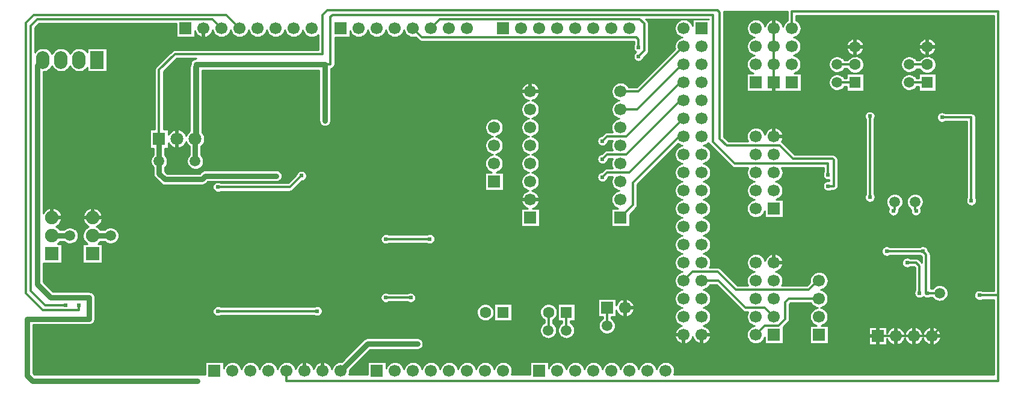
<source format=gbr>
G04 DipTrace 2.4.0.2*
%INBottom.gbr*%
%MOIN*%
%ADD13C,0.03*%
%ADD15C,0.013*%
%ADD21C,0.01*%
%ADD22C,0.02*%
%ADD37R,0.0669X0.0669*%
%ADD38C,0.0669*%
%ADD39R,0.0709X0.0709*%
%ADD40C,0.0709*%
%ADD41R,0.063X0.063*%
%ADD42C,0.063*%
%ADD43R,0.0748X0.0984*%
%ADD44O,0.0748X0.0984*%
%ADD49R,0.0748X0.0748*%
%ADD50C,0.0748*%
%ADD52C,0.0591*%
%ADD56C,0.024*%
%FSLAX44Y44*%
G04*
G70*
G90*
G75*
G01*
%LNBottom*%
%LPD*%
X1500Y18250D2*
D13*
X1187Y17937D1*
Y5812D1*
X1937Y5062D1*
X4062D1*
Y3875D1*
X625D1*
Y750D1*
X937Y437D1*
X10062D1*
X22250Y2500D2*
X19500D1*
X18000Y1000D1*
X7937Y12625D2*
Y13875D1*
D15*
Y17688D1*
X8812Y18563D1*
X17000D1*
Y20750D1*
X17250Y21000D1*
X38875D1*
X39000Y20875D1*
Y13881D1*
X39381Y13500D1*
X42318D1*
X43067Y12751D1*
X45249D1*
X45312Y12688D1*
Y11250D1*
X45005D1*
X15821Y11821D2*
X15187Y11187D1*
X11187D1*
Y4312D2*
X16687D1*
X14437Y11813D2*
D13*
X10500D1*
X10312Y11625D1*
X8250D1*
X7937Y11938D1*
Y12625D1*
X43000Y20000D2*
D15*
Y20937D1*
X54437D1*
Y5187D1*
Y437D1*
X15000D1*
Y1000D1*
X53375Y5187D2*
X54437D1*
X9937Y12625D2*
D13*
Y13875D1*
D15*
X9875D1*
Y17875D1*
X10000Y18000D1*
X17437D1*
Y20625D1*
X17562Y20750D1*
X38625D1*
Y13693D1*
X39818Y12500D1*
X45005D1*
Y11876D1*
X17125Y14875D2*
D13*
Y18000D1*
X10000D1*
Y13875D1*
X9937D1*
X38000Y6000D2*
D15*
X38937D1*
X40437Y4500D1*
X41500D1*
X42000Y4000D1*
X44500Y6000D2*
Y6063D1*
X43937Y5500D1*
X39875D1*
X38875Y6500D1*
X37500D1*
X37000Y6000D1*
X48687Y10375D2*
Y9937D1*
X48625Y9875D1*
X49812Y10375D2*
Y9938D1*
X49875Y9875D1*
X8937Y12625D2*
Y13875D1*
X47500Y7937D2*
X51000D1*
X51187Y4437D2*
Y3375D1*
X50750Y2937D1*
X47750D2*
X48750D1*
X49750D1*
X50750D1*
X48937Y9375D2*
X48875Y9437D1*
X42000Y20000D2*
Y19000D1*
Y18000D1*
Y17000D1*
X11400Y20000D2*
X10900Y20500D1*
X1187D1*
X812Y20125D1*
Y5438D1*
X1625Y4625D1*
X2750D1*
X2000Y8500D2*
D13*
X3000D1*
X34504Y18439D2*
D15*
X34816Y18752D1*
Y20252D1*
X34568Y20500D1*
X23500D1*
X23000Y20000D1*
X34504Y18939D2*
Y19377D1*
X34379Y19502D1*
X22498D1*
X22000Y20000D1*
X50062Y5312D2*
Y6813D1*
X49875Y7000D1*
X49375D1*
X30500Y4250D2*
Y3250D1*
X20500Y8312D2*
X22937D1*
X20500Y5062D2*
X21875D1*
X29516Y4250D2*
Y3266D1*
X29500Y3250D1*
X12400Y20000D2*
X11650Y20750D1*
X1000D1*
X562Y20312D1*
Y5313D1*
X1500Y4375D1*
X3500D1*
Y4625D1*
X5250Y8500D2*
D13*
X4250D1*
X44500Y5000D2*
D15*
X42812D1*
X42625Y4813D1*
Y3875D1*
X42250Y3500D1*
X41500D1*
X41000Y3000D1*
X32750Y4500D2*
Y3500D1*
X48250Y7638D2*
X50250D1*
X50500Y5313D2*
X50437D1*
Y7450D1*
X50250Y7638D1*
X51187Y5312D2*
X50500Y5313D1*
X45500Y17000D2*
X46500D1*
X47317Y10626D2*
Y15125D1*
X46500Y17984D2*
X46484Y18000D1*
X45500D1*
X49500Y17000D2*
X50500D1*
X52937Y10437D2*
Y15063D1*
X51312D1*
X49500Y18000D2*
X49516Y17984D1*
X50500D1*
X33500Y16500D2*
X34500D1*
X37000Y19000D1*
X33500Y9500D2*
X34187Y10187D1*
Y11437D1*
X36750Y14000D1*
X37000D1*
X32500Y11750D2*
X32750Y12000D1*
X34000D1*
X37000Y15000D1*
X32500Y12750D2*
X32750Y13000D1*
X33812D1*
X36812Y16000D1*
X37000D1*
X32500Y13750D2*
X32750Y14000D1*
X33812D1*
X36812Y17000D1*
X37000D1*
X33500Y15500D2*
X34437D1*
X36937Y18000D1*
X37000D1*
D56*
X10062Y437D3*
X22250Y2500D3*
X45005Y11250D3*
X15821Y11821D3*
X11187Y11187D3*
Y4312D3*
X16687D3*
X14437Y11813D3*
X53375Y5187D3*
X45005Y11876D3*
X17125Y14875D3*
X48625Y9875D3*
X49875D3*
X47500Y7937D3*
X51000D3*
X48937Y9375D3*
X2750Y4625D3*
X34504Y18439D3*
Y18939D3*
X50062Y5312D3*
X49375Y7000D3*
X20500Y8312D3*
X22937D3*
X20500Y5062D3*
X21875D3*
X3500Y4625D3*
X48250Y7638D3*
X50250D3*
X50500Y5313D3*
D3*
X47317Y10626D3*
Y15125D3*
X52937Y10437D3*
X51312Y15063D3*
X32500Y11750D3*
Y12750D3*
Y13750D3*
X23625Y17937D3*
Y17437D3*
Y16937D3*
Y16437D3*
Y15937D3*
Y15437D3*
Y14937D3*
Y14437D3*
Y13937D3*
Y13437D3*
Y12937D3*
Y12437D3*
Y11937D3*
Y11437D3*
Y10937D3*
Y10437D3*
Y9937D3*
Y9437D3*
Y8937D3*
Y8437D3*
Y7937D3*
Y7437D3*
Y6937D3*
Y6437D3*
Y5937D3*
Y5437D3*
Y4937D3*
Y4437D3*
Y3937D3*
Y3437D3*
X24125Y17937D3*
Y17437D3*
Y16937D3*
Y16437D3*
Y15937D3*
Y15437D3*
Y14937D3*
Y14437D3*
Y13937D3*
Y13437D3*
Y12937D3*
Y12437D3*
Y11937D3*
Y11437D3*
Y10937D3*
Y10437D3*
Y9937D3*
Y9437D3*
Y8937D3*
Y8437D3*
Y7937D3*
Y7437D3*
Y6937D3*
X6062Y19937D3*
Y19437D3*
Y18937D3*
Y18437D3*
Y17937D3*
Y17437D3*
Y16937D3*
Y16437D3*
Y15937D3*
Y15437D3*
Y14937D3*
Y14437D3*
Y13937D3*
Y13437D3*
Y12937D3*
Y12437D3*
Y11937D3*
Y11437D3*
Y10937D3*
Y10437D3*
Y9937D3*
Y9437D3*
Y8937D3*
Y8437D3*
Y7937D3*
Y7437D3*
Y6937D3*
Y6437D3*
Y5937D3*
Y5437D3*
Y4937D3*
Y4437D3*
X15062Y7500D3*
X15437D3*
X15062Y7250D3*
X15437D3*
X15062Y7000D3*
X15437D3*
X15062Y6750D3*
X15437D3*
X24125Y6437D3*
Y5937D3*
Y5437D3*
Y4937D3*
Y4437D3*
Y3937D3*
Y3437D3*
X24625Y17937D3*
Y17437D3*
Y16937D3*
Y16437D3*
Y15937D3*
Y15437D3*
Y14937D3*
Y14437D3*
Y13937D3*
Y13437D3*
Y12937D3*
Y12437D3*
Y11937D3*
Y11437D3*
Y10937D3*
X43062Y11938D3*
Y11438D3*
Y10938D3*
Y10438D3*
Y9938D3*
Y9438D3*
Y8938D3*
Y8438D3*
Y7938D3*
Y7438D3*
X43562Y11938D3*
X24625Y10437D3*
X43562Y11438D3*
X25062Y2000D3*
X25562D3*
X26062D3*
X26562D3*
X27062D3*
X27562D3*
X28062D3*
X28562D3*
X29062D3*
X29562D3*
X30062D3*
X30562D3*
X31062D3*
X31562D3*
X32062D3*
X24625Y9937D3*
X33062Y2000D3*
X33562D3*
X34062D3*
X34562D3*
X35062D3*
X35562D3*
X36062D3*
X36562D3*
X37062D3*
X37562D3*
X8937Y17313D3*
Y16813D3*
Y16312D3*
Y15813D3*
Y15313D3*
X24625Y9437D3*
X43562Y10938D3*
Y10438D3*
Y9938D3*
X6625Y18938D3*
X11625Y17250D3*
X7125Y18938D3*
X12125Y17250D3*
X7625Y18938D3*
X12625Y17250D3*
X8125Y18938D3*
X13125Y17250D3*
X8625Y18938D3*
X13625Y17250D3*
X9125Y18938D3*
X14125Y17250D3*
X9625Y18938D3*
X14625Y17250D3*
X10125Y18938D3*
X15125Y17250D3*
X10625Y18938D3*
X15625Y17250D3*
X11125Y18938D3*
X16125Y17250D3*
X11625Y18938D3*
X16625Y17250D3*
X12125Y18938D3*
X49687Y4125D3*
X12625Y18938D3*
X17625Y17250D3*
X13125Y18938D3*
X18125Y17250D3*
X13625Y18938D3*
X18625Y17250D3*
X14125Y18938D3*
X19125Y17250D3*
X14625Y18938D3*
X19625Y17250D3*
X15125Y18938D3*
X20125Y17250D3*
X15625Y18938D3*
X20625Y17250D3*
X16125Y18938D3*
X21125Y17250D3*
X16625Y18938D3*
X21625Y17250D3*
X53375Y20187D3*
Y19687D3*
Y19187D3*
Y18687D3*
X18125Y18938D3*
Y18438D3*
X18625Y18938D3*
Y18438D3*
X19125Y18938D3*
Y18438D3*
X19625Y18938D3*
Y18438D3*
X20125Y18938D3*
Y18438D3*
X20625Y18938D3*
Y18438D3*
X21125Y18938D3*
Y18438D3*
X21625Y18938D3*
Y18438D3*
X22125Y18938D3*
Y18438D3*
X22625Y18938D3*
Y18438D3*
X23125Y18938D3*
Y18438D3*
X23625Y18938D3*
Y18438D3*
X24125Y18938D3*
Y18438D3*
X24625Y18938D3*
Y18438D3*
X25125Y18938D3*
Y18438D3*
X25625Y18938D3*
Y18438D3*
X26125Y18938D3*
Y18438D3*
X26625Y18938D3*
Y18438D3*
X27125Y18938D3*
Y18438D3*
X27625Y18938D3*
Y18438D3*
X28125Y18938D3*
Y18438D3*
X28625Y18938D3*
Y18438D3*
X29125Y18938D3*
Y18438D3*
X29625Y18938D3*
Y18438D3*
X30125Y18938D3*
Y18438D3*
X53375Y18187D3*
Y17687D3*
Y17187D3*
Y16687D3*
Y16187D3*
Y15687D3*
Y15187D3*
Y14687D3*
Y14187D3*
Y13687D3*
Y13187D3*
Y12687D3*
Y12187D3*
Y11687D3*
Y11187D3*
Y10687D3*
Y10187D3*
Y9687D3*
Y9187D3*
Y8687D3*
Y8187D3*
Y7687D3*
Y7187D3*
Y6687D3*
Y6187D3*
Y5687D3*
Y4687D3*
Y4187D3*
X52255Y11189D3*
X53375Y3687D3*
Y3187D3*
Y2687D3*
Y2187D3*
Y1687D3*
Y1187D3*
X53875Y20187D3*
Y19687D3*
Y19187D3*
Y18687D3*
Y18187D3*
Y17687D3*
Y17187D3*
Y16687D3*
Y16187D3*
Y15687D3*
Y15187D3*
Y14687D3*
Y14187D3*
Y13687D3*
Y13187D3*
Y12687D3*
Y12187D3*
Y11687D3*
Y11187D3*
Y10687D3*
Y10187D3*
Y9687D3*
Y9187D3*
Y8687D3*
Y8187D3*
Y7687D3*
Y7187D3*
Y6687D3*
Y6187D3*
Y5687D3*
Y4687D3*
Y4187D3*
X52255Y10689D3*
X53875Y3687D3*
Y3187D3*
Y2687D3*
Y2187D3*
Y1687D3*
Y1187D3*
X36062Y10500D3*
Y10000D3*
Y9500D3*
Y9000D3*
Y8500D3*
Y8000D3*
Y7500D3*
Y7000D3*
Y6500D3*
Y6000D3*
Y5500D3*
Y5000D3*
Y4500D3*
Y4000D3*
Y3500D3*
Y3000D3*
Y2500D3*
X43562Y9438D3*
Y8938D3*
Y8438D3*
Y7938D3*
Y7438D3*
X44062Y11938D3*
Y11438D3*
Y10938D3*
Y10438D3*
Y9938D3*
Y9438D3*
Y8938D3*
Y8438D3*
Y7938D3*
Y7438D3*
X44562Y11938D3*
Y11437D3*
Y10938D3*
Y10438D3*
Y9938D3*
Y9438D3*
Y8938D3*
Y8438D3*
Y7938D3*
Y7437D3*
X24625Y8937D3*
Y8437D3*
Y7937D3*
Y7437D3*
Y6937D3*
Y6437D3*
Y5937D3*
Y5437D3*
X37062Y1000D3*
X37562D3*
X38062D3*
X38562D3*
X39062D3*
X39562D3*
X40062D3*
X40562D3*
X41062D3*
X41562D3*
X42062D3*
X42562D3*
X43062D3*
X43562D3*
X44062D3*
X44562D3*
X45062D3*
X45562D3*
X46062D3*
X46562D3*
X47062D3*
X47562D3*
X48062D3*
X48562D3*
X49062D3*
X43875Y19687D3*
X50062Y1000D3*
X50562D3*
X51062D3*
X51562D3*
X52062D3*
X52562D3*
X53062D3*
X44875Y20187D3*
X45375D3*
X45875D3*
X46375D3*
X46875D3*
X47375D3*
X47875D3*
X48375D3*
X48875D3*
X49375D3*
X49875D3*
X50375D3*
X50875D3*
X51375D3*
X51875D3*
X52375D3*
X52875D3*
X24625Y4937D3*
Y4437D3*
Y3937D3*
Y3437D3*
X14250Y9437D3*
X14750D3*
X15250D3*
X15750D3*
X16250D3*
X20750Y11000D3*
Y10500D3*
Y10000D3*
X27750Y8500D3*
X12125Y14750D3*
X28250Y8500D3*
X12125Y14250D3*
X28750Y8500D3*
X12125Y16250D3*
X29250Y8500D3*
X49687Y4625D3*
X29750Y8500D3*
X30250D3*
X49562Y1000D3*
X30750Y8500D3*
X31250D3*
X46250Y8062D3*
X31750Y8500D3*
X46250Y7562D3*
X32250Y8500D3*
X46250Y7062D3*
X32750Y8500D3*
X46250Y6562D3*
X33250Y8500D3*
X47687Y4125D3*
X33750Y8500D3*
X48187Y4125D3*
X31000Y18938D3*
Y18438D3*
X31500Y18938D3*
Y18438D3*
X32000Y18938D3*
Y18438D3*
X32500Y18938D3*
Y18438D3*
X33000Y18938D3*
Y18438D3*
X33500Y18938D3*
Y18438D3*
X34000Y18938D3*
Y18438D3*
X20750Y9500D3*
Y9000D3*
X21250Y11000D3*
Y10500D3*
Y10000D3*
Y9500D3*
Y9000D3*
X8500Y2625D3*
X9000D3*
X9500D3*
X10000D3*
X10500D3*
X11000D3*
X11500D3*
X12000D3*
X12500D3*
X13000D3*
X13500D3*
X14000D3*
X14500D3*
X15000D3*
X15500D3*
X16000D3*
X16500D3*
X17000D3*
X17500D3*
X18000D3*
X18500D3*
X18625Y16750D3*
Y16250D3*
Y15750D3*
Y15250D3*
Y14750D3*
Y14250D3*
Y13750D3*
Y13250D3*
Y12750D3*
Y12250D3*
Y11750D3*
X12125Y16750D3*
X48687Y4125D3*
X12125Y15750D3*
Y15250D3*
X13187Y3687D3*
X13687D3*
X12125Y13750D3*
Y13250D3*
Y12750D3*
Y12250D3*
Y10750D3*
Y10250D3*
Y9750D3*
Y9250D3*
Y8750D3*
Y8250D3*
Y7750D3*
X14187Y3687D3*
X14687D3*
X15187D3*
X15687D3*
X16187D3*
X16687D3*
X17187D3*
X17687D3*
X18187D3*
X18687D3*
X19187D3*
X19687D3*
X49187Y4125D3*
X46750Y8062D3*
Y7562D3*
Y7062D3*
Y6562D3*
X47687Y4625D3*
X48187D3*
X48687D3*
X49187D3*
X51500Y8062D3*
Y7562D3*
X46250Y6062D3*
X45687Y4125D3*
X46187D3*
X46687D3*
X47187D3*
X52000Y8062D3*
Y7562D3*
X46750Y6062D3*
X45687Y4625D3*
X46187D3*
X46687D3*
X47187D3*
X43875Y20187D3*
Y19187D3*
Y18687D3*
Y18187D3*
Y17687D3*
Y17187D3*
Y16687D3*
Y16187D3*
Y15687D3*
Y15187D3*
Y14687D3*
Y14187D3*
X44375Y20187D3*
Y19687D3*
Y19187D3*
Y18687D3*
Y18187D3*
Y17687D3*
Y17187D3*
Y16687D3*
Y16187D3*
Y15687D3*
Y15187D3*
Y14687D3*
Y14187D3*
X49000Y16063D3*
Y15563D3*
Y15063D3*
Y14562D3*
Y14063D3*
Y13563D3*
X49500Y16063D3*
Y15563D3*
Y15063D3*
Y14562D3*
Y14063D3*
Y13563D3*
X52250Y12688D3*
Y12188D3*
Y11688D3*
X39248Y20851D2*
D21*
X42752D1*
X39248Y20753D2*
X42752D1*
X39248Y20654D2*
X42752D1*
X43248D2*
X54189D1*
X39248Y20555D2*
X42752D1*
X43248D2*
X54189D1*
X34959Y20457D2*
X36766D1*
X37234D2*
X37481D1*
X39248D2*
X40766D1*
X41234D2*
X41766D1*
X42234D2*
X42752D1*
X43248D2*
X54189D1*
X35040Y20358D2*
X36628D1*
X37372D2*
X37481D1*
X39248D2*
X40628D1*
X41372D2*
X41628D1*
X42372D2*
X42628D1*
X43372D2*
X54189D1*
X1295Y20259D2*
X8881D1*
X35065D2*
X36552D1*
X39248D2*
X40552D1*
X41448D2*
X41552D1*
X42448D2*
X42552D1*
X43448D2*
X54189D1*
X1195Y20160D2*
X8881D1*
X35065D2*
X36508D1*
X39248D2*
X40508D1*
X43492D2*
X54189D1*
X1097Y20062D2*
X8881D1*
X35065D2*
X36485D1*
X39248D2*
X40485D1*
X43515D2*
X54189D1*
X1061Y19963D2*
X8881D1*
X35065D2*
X36483D1*
X39248D2*
X40483D1*
X43517D2*
X54189D1*
X1061Y19864D2*
X8881D1*
X35065D2*
X36500D1*
X39248D2*
X40500D1*
X43500D2*
X54189D1*
X1061Y19766D2*
X8881D1*
X10861D2*
X10938D1*
X11861D2*
X11938D1*
X12861D2*
X12938D1*
X13861D2*
X13938D1*
X14861D2*
X14938D1*
X15861D2*
X15938D1*
X19461D2*
X19538D1*
X20461D2*
X20538D1*
X21461D2*
X21538D1*
X35065D2*
X36539D1*
X39248D2*
X40539D1*
X43461D2*
X54189D1*
X1061Y19667D2*
X8881D1*
X9919D2*
X10006D1*
X10794D2*
X11006D1*
X11794D2*
X12006D1*
X12794D2*
X13006D1*
X13794D2*
X14006D1*
X14794D2*
X15006D1*
X15794D2*
X16006D1*
X18519D2*
X18606D1*
X19394D2*
X19606D1*
X20394D2*
X20606D1*
X21394D2*
X21606D1*
X35065D2*
X36606D1*
X39248D2*
X40606D1*
X43394D2*
X54189D1*
X1061Y19568D2*
X8881D1*
X9919D2*
X10120D1*
X10680D2*
X11120D1*
X11680D2*
X12120D1*
X12680D2*
X13120D1*
X13680D2*
X14120D1*
X14680D2*
X15120D1*
X15680D2*
X16120D1*
X16680D2*
X16752D1*
X18519D2*
X18720D1*
X19280D2*
X19720D1*
X20280D2*
X20720D1*
X21280D2*
X21720D1*
X35065D2*
X36720D1*
X39248D2*
X40720D1*
X43280D2*
X54189D1*
X1061Y19470D2*
X16752D1*
X17686D2*
X22183D1*
X35065D2*
X36795D1*
X39248D2*
X40795D1*
X43205D2*
X54189D1*
X1061Y19371D2*
X16752D1*
X17686D2*
X22281D1*
X35065D2*
X36642D1*
X39248D2*
X40642D1*
X43358D2*
X46213D1*
X46787D2*
X50213D1*
X50787D2*
X54189D1*
X1061Y19272D2*
X16752D1*
X17686D2*
X22422D1*
X35065D2*
X36561D1*
X39248D2*
X40561D1*
X43439D2*
X46106D1*
X46894D2*
X50106D1*
X50894D2*
X54189D1*
X1061Y19174D2*
X16752D1*
X17686D2*
X34255D1*
X35065D2*
X36513D1*
X39248D2*
X40513D1*
X43487D2*
X46047D1*
X46955D2*
X50047D1*
X50953D2*
X54189D1*
X1061Y19075D2*
X16752D1*
X17686D2*
X34233D1*
X35065D2*
X36488D1*
X39248D2*
X40488D1*
X43512D2*
X46013D1*
X46987D2*
X50013D1*
X50987D2*
X54189D1*
X1061Y18976D2*
X16752D1*
X17686D2*
X34202D1*
X35065D2*
X36481D1*
X39248D2*
X40481D1*
X43519D2*
X46002D1*
X46998D2*
X50002D1*
X50998D2*
X54189D1*
X1061Y18878D2*
X1288D1*
X1712D2*
X2288D1*
X2712D2*
X3288D1*
X3712D2*
X3942D1*
X5058D2*
X16752D1*
X17686D2*
X34206D1*
X35065D2*
X36497D1*
X39248D2*
X40497D1*
X43503D2*
X46010D1*
X46990D2*
X50010D1*
X50990D2*
X54189D1*
X1061Y18779D2*
X1126D1*
X1873D2*
X2127D1*
X2873D2*
X3127D1*
X3873D2*
X3942D1*
X5058D2*
X8702D1*
X17686D2*
X34247D1*
X35065D2*
X36431D1*
X39248D2*
X40531D1*
X43469D2*
X46039D1*
X46961D2*
X50039D1*
X50961D2*
X54189D1*
X1961Y18680D2*
X2038D1*
X2961D2*
X3038D1*
X5058D2*
X8583D1*
X17686D2*
X34325D1*
X35055D2*
X36333D1*
X39248D2*
X40594D1*
X43406D2*
X46095D1*
X46905D2*
X50095D1*
X50905D2*
X54189D1*
X5058Y18581D2*
X8483D1*
X17686D2*
X34236D1*
X34994D2*
X36233D1*
X39248D2*
X40702D1*
X43298D2*
X46191D1*
X46809D2*
X50191D1*
X50809D2*
X54189D1*
X5058Y18483D2*
X8385D1*
X17686D2*
X34203D1*
X34895D2*
X36135D1*
X39248D2*
X40830D1*
X43170D2*
X46435D1*
X46565D2*
X50435D1*
X50565D2*
X54189D1*
X5058Y18384D2*
X8286D1*
X17686D2*
X34205D1*
X34803D2*
X36036D1*
X39248D2*
X40656D1*
X43344D2*
X45220D1*
X45780D2*
X46210D1*
X46790D2*
X49220D1*
X49780D2*
X50210D1*
X50790D2*
X54189D1*
X5058Y18285D2*
X8188D1*
X8883D2*
X9838D1*
X17686D2*
X34244D1*
X34764D2*
X35938D1*
X39248D2*
X40569D1*
X43431D2*
X45117D1*
X45883D2*
X46105D1*
X46895D2*
X49117D1*
X49883D2*
X50105D1*
X50895D2*
X54189D1*
X5058Y18187D2*
X8089D1*
X8784D2*
X9725D1*
X17686D2*
X34344D1*
X34664D2*
X35839D1*
X39248D2*
X40517D1*
X43483D2*
X45060D1*
X46955D2*
X49060D1*
X50955D2*
X54189D1*
X5058Y18088D2*
X7991D1*
X8686D2*
X9678D1*
X17686D2*
X35741D1*
X39248D2*
X40489D1*
X43511D2*
X45030D1*
X46987D2*
X49030D1*
X50987D2*
X54189D1*
X5058Y17989D2*
X7891D1*
X8587D2*
X9655D1*
X17686D2*
X35642D1*
X39248D2*
X40481D1*
X43519D2*
X45020D1*
X46998D2*
X49020D1*
X50998D2*
X54189D1*
X5058Y17891D2*
X7792D1*
X8489D2*
X9627D1*
X17659D2*
X35542D1*
X39248D2*
X40494D1*
X43506D2*
X45035D1*
X46990D2*
X49035D1*
X50990D2*
X54189D1*
X1940Y17792D2*
X2060D1*
X2940D2*
X3060D1*
X5058D2*
X7713D1*
X8390D2*
X9627D1*
X17565D2*
X35444D1*
X39248D2*
X40527D1*
X43473D2*
X45069D1*
X46959D2*
X49069D1*
X50959D2*
X54189D1*
X1839Y17693D2*
X2161D1*
X2839D2*
X3161D1*
X3839D2*
X3942D1*
X5058D2*
X7689D1*
X8290D2*
X9627D1*
X17459D2*
X35345D1*
X39248D2*
X40585D1*
X43415D2*
X45135D1*
X45865D2*
X46097D1*
X46903D2*
X49135D1*
X49865D2*
X50097D1*
X50903D2*
X54189D1*
X1617Y17595D2*
X2383D1*
X2617D2*
X3383D1*
X3617D2*
X3942D1*
X5058D2*
X7689D1*
X8192D2*
X9627D1*
X10334D2*
X16791D1*
X17459D2*
X35247D1*
X39248D2*
X40683D1*
X43317D2*
X45253D1*
X45747D2*
X46195D1*
X46805D2*
X49253D1*
X49747D2*
X50195D1*
X50805D2*
X54189D1*
X1522Y17496D2*
X7689D1*
X8186D2*
X9627D1*
X10334D2*
X16791D1*
X17459D2*
X35149D1*
X39248D2*
X40481D1*
X43519D2*
X46467D1*
X46532D2*
X50467D1*
X50532D2*
X54189D1*
X1522Y17397D2*
X7689D1*
X8186D2*
X9627D1*
X10334D2*
X16791D1*
X17459D2*
X35050D1*
X39248D2*
X40481D1*
X43519D2*
X45241D1*
X45759D2*
X46002D1*
X46998D2*
X49241D1*
X49759D2*
X50002D1*
X50998D2*
X54189D1*
X1522Y17299D2*
X7689D1*
X8186D2*
X9627D1*
X10334D2*
X16791D1*
X17459D2*
X34950D1*
X39248D2*
X40481D1*
X43519D2*
X45128D1*
X45872D2*
X46002D1*
X46998D2*
X49128D1*
X49872D2*
X50002D1*
X50998D2*
X54189D1*
X1522Y17200D2*
X7689D1*
X8186D2*
X9627D1*
X10334D2*
X16791D1*
X17459D2*
X34852D1*
X39248D2*
X40481D1*
X43519D2*
X45066D1*
X46998D2*
X49066D1*
X50998D2*
X54189D1*
X1522Y17101D2*
X7689D1*
X8186D2*
X9627D1*
X10334D2*
X16791D1*
X17459D2*
X34753D1*
X39248D2*
X40481D1*
X43519D2*
X45031D1*
X46998D2*
X49031D1*
X50998D2*
X54189D1*
X1522Y17002D2*
X7689D1*
X8186D2*
X9627D1*
X10334D2*
X16791D1*
X17459D2*
X28413D1*
X28587D2*
X33413D1*
X33587D2*
X34655D1*
X39248D2*
X40481D1*
X43519D2*
X45020D1*
X46998D2*
X49020D1*
X50998D2*
X54189D1*
X1522Y16904D2*
X7689D1*
X8186D2*
X9627D1*
X10334D2*
X16791D1*
X17459D2*
X28181D1*
X28819D2*
X33181D1*
X33819D2*
X34556D1*
X39248D2*
X40481D1*
X43519D2*
X45031D1*
X46998D2*
X49031D1*
X50998D2*
X54189D1*
X1522Y16805D2*
X7689D1*
X8186D2*
X9627D1*
X10334D2*
X16791D1*
X17459D2*
X28083D1*
X28917D2*
X33083D1*
X33917D2*
X34458D1*
X39248D2*
X40481D1*
X43519D2*
X45063D1*
X46998D2*
X49063D1*
X50998D2*
X54189D1*
X1522Y16706D2*
X7689D1*
X8186D2*
X9627D1*
X10334D2*
X16791D1*
X17459D2*
X28025D1*
X28975D2*
X33025D1*
X39248D2*
X40481D1*
X43519D2*
X45124D1*
X45876D2*
X46002D1*
X46998D2*
X49124D1*
X49876D2*
X50002D1*
X50998D2*
X54189D1*
X1522Y16608D2*
X7689D1*
X8186D2*
X9627D1*
X10334D2*
X16791D1*
X17459D2*
X27992D1*
X29008D2*
X32992D1*
X39248D2*
X40481D1*
X43519D2*
X45233D1*
X45767D2*
X46002D1*
X46998D2*
X49233D1*
X49767D2*
X50002D1*
X50998D2*
X54189D1*
X1522Y16509D2*
X7689D1*
X8186D2*
X9627D1*
X10334D2*
X16791D1*
X17459D2*
X27981D1*
X29019D2*
X32981D1*
X39248D2*
X40481D1*
X43519D2*
X54189D1*
X1522Y16410D2*
X7689D1*
X8186D2*
X9627D1*
X10334D2*
X16791D1*
X17459D2*
X27989D1*
X29011D2*
X32989D1*
X39248D2*
X54189D1*
X1522Y16312D2*
X7689D1*
X8186D2*
X9627D1*
X10334D2*
X16791D1*
X17459D2*
X28017D1*
X28983D2*
X33017D1*
X39248D2*
X54189D1*
X1522Y16213D2*
X7689D1*
X8186D2*
X9627D1*
X10334D2*
X16791D1*
X17459D2*
X28070D1*
X28930D2*
X33070D1*
X39248D2*
X54189D1*
X1522Y16114D2*
X7689D1*
X8186D2*
X9627D1*
X10334D2*
X16791D1*
X17459D2*
X28158D1*
X28842D2*
X33158D1*
X39248D2*
X54189D1*
X1522Y16016D2*
X7689D1*
X8186D2*
X9627D1*
X10334D2*
X16791D1*
X17459D2*
X28335D1*
X28665D2*
X33335D1*
X39248D2*
X54189D1*
X1522Y15917D2*
X7689D1*
X8186D2*
X9627D1*
X10334D2*
X16791D1*
X17459D2*
X28199D1*
X28801D2*
X33199D1*
X39248D2*
X54189D1*
X1522Y15818D2*
X7689D1*
X8186D2*
X9627D1*
X10334D2*
X16791D1*
X17459D2*
X28094D1*
X28906D2*
X33094D1*
X39248D2*
X54189D1*
X1522Y15720D2*
X7689D1*
X8186D2*
X9627D1*
X10334D2*
X16791D1*
X17459D2*
X28031D1*
X28969D2*
X33031D1*
X39248D2*
X54189D1*
X1522Y15621D2*
X7689D1*
X8186D2*
X9627D1*
X10334D2*
X16791D1*
X17459D2*
X27995D1*
X29005D2*
X32995D1*
X39248D2*
X54189D1*
X1522Y15522D2*
X7689D1*
X8186D2*
X9627D1*
X10334D2*
X16791D1*
X17459D2*
X27981D1*
X29019D2*
X32981D1*
X39248D2*
X54189D1*
X1522Y15423D2*
X7689D1*
X8186D2*
X9627D1*
X10334D2*
X16791D1*
X17459D2*
X27988D1*
X29012D2*
X32988D1*
X39248D2*
X54189D1*
X1522Y15325D2*
X7689D1*
X8186D2*
X9627D1*
X10334D2*
X16791D1*
X17459D2*
X28013D1*
X28987D2*
X33013D1*
X39248D2*
X47092D1*
X47544D2*
X51170D1*
X51455D2*
X54189D1*
X1522Y15226D2*
X7689D1*
X8186D2*
X9627D1*
X10334D2*
X16791D1*
X17459D2*
X28061D1*
X28939D2*
X33061D1*
X39248D2*
X47031D1*
X47603D2*
X51058D1*
X53122D2*
X54189D1*
X1522Y15127D2*
X7689D1*
X8186D2*
X9627D1*
X10334D2*
X16791D1*
X17459D2*
X28144D1*
X28856D2*
X33144D1*
X39248D2*
X47014D1*
X47622D2*
X51016D1*
X53178D2*
X54189D1*
X1522Y15029D2*
X7689D1*
X8186D2*
X9627D1*
X10334D2*
X16791D1*
X17459D2*
X28299D1*
X28701D2*
X33299D1*
X39248D2*
X47030D1*
X47605D2*
X51011D1*
X53186D2*
X54189D1*
X1522Y14930D2*
X7689D1*
X8186D2*
X9627D1*
X10334D2*
X16791D1*
X17459D2*
X26219D1*
X26781D2*
X28219D1*
X28781D2*
X33219D1*
X39248D2*
X47069D1*
X47567D2*
X51041D1*
X53186D2*
X54189D1*
X1522Y14831D2*
X7689D1*
X8186D2*
X9627D1*
X10334D2*
X16794D1*
X17456D2*
X26105D1*
X26895D2*
X28105D1*
X28895D2*
X33105D1*
X39248D2*
X47069D1*
X47567D2*
X51120D1*
X53186D2*
X54189D1*
X1522Y14733D2*
X7689D1*
X8186D2*
X9627D1*
X10334D2*
X16824D1*
X17426D2*
X26038D1*
X26962D2*
X28038D1*
X28962D2*
X33038D1*
X39248D2*
X47069D1*
X47567D2*
X52689D1*
X53186D2*
X54189D1*
X1522Y14634D2*
X7689D1*
X8186D2*
X9627D1*
X10334D2*
X16899D1*
X17351D2*
X26000D1*
X27000D2*
X28000D1*
X29000D2*
X33000D1*
X39248D2*
X47069D1*
X47567D2*
X52689D1*
X53186D2*
X54189D1*
X1522Y14535D2*
X7689D1*
X8186D2*
X9627D1*
X10334D2*
X25983D1*
X27017D2*
X27983D1*
X29017D2*
X32983D1*
X39248D2*
X47069D1*
X47567D2*
X52689D1*
X53186D2*
X54189D1*
X1522Y14437D2*
X7689D1*
X8186D2*
X9627D1*
X10334D2*
X25986D1*
X27014D2*
X27986D1*
X29014D2*
X32986D1*
X39248D2*
X40730D1*
X41270D2*
X41730D1*
X42270D2*
X47069D1*
X47567D2*
X52689D1*
X53186D2*
X54189D1*
X1522Y14338D2*
X7399D1*
X8476D2*
X8674D1*
X9201D2*
X9627D1*
X10334D2*
X26008D1*
X26992D2*
X28008D1*
X28992D2*
X33008D1*
X39248D2*
X40610D1*
X41390D2*
X41610D1*
X42390D2*
X47069D1*
X47567D2*
X52689D1*
X53186D2*
X54189D1*
X1522Y14239D2*
X7399D1*
X8476D2*
X8545D1*
X9330D2*
X9545D1*
X10334D2*
X26053D1*
X26947D2*
X28053D1*
X28947D2*
X33053D1*
X39248D2*
X40541D1*
X41459D2*
X41541D1*
X42459D2*
X47069D1*
X47567D2*
X52689D1*
X53186D2*
X54189D1*
X1522Y14141D2*
X7399D1*
X9405D2*
X9470D1*
X10405D2*
X26130D1*
X26870D2*
X28130D1*
X28870D2*
X32542D1*
X39248D2*
X40502D1*
X42498D2*
X47069D1*
X47567D2*
X52689D1*
X53186D2*
X54189D1*
X1522Y14042D2*
X7399D1*
X10448D2*
X26269D1*
X26731D2*
X28269D1*
X28731D2*
X32444D1*
X39248D2*
X40483D1*
X42517D2*
X47069D1*
X47567D2*
X52689D1*
X53186D2*
X54189D1*
X1522Y13943D2*
X7399D1*
X10472D2*
X26241D1*
X26759D2*
X28241D1*
X28759D2*
X32269D1*
X39286D2*
X40485D1*
X42515D2*
X47069D1*
X47567D2*
X52689D1*
X53186D2*
X54189D1*
X1522Y13844D2*
X7399D1*
X10475D2*
X26116D1*
X26884D2*
X28116D1*
X28884D2*
X32211D1*
X39384D2*
X40506D1*
X42494D2*
X47069D1*
X47567D2*
X52689D1*
X53186D2*
X54189D1*
X1522Y13746D2*
X7399D1*
X10459D2*
X26045D1*
X26955D2*
X28045D1*
X28955D2*
X32195D1*
X32844D2*
X33045D1*
X39483D2*
X40550D1*
X42450D2*
X47069D1*
X47567D2*
X52689D1*
X53186D2*
X54189D1*
X1522Y13647D2*
X7399D1*
X10423D2*
X26003D1*
X26997D2*
X28003D1*
X28997D2*
X32214D1*
X32786D2*
X33003D1*
X42519D2*
X47069D1*
X47567D2*
X52689D1*
X53186D2*
X54189D1*
X1522Y13548D2*
X7399D1*
X9362D2*
X9513D1*
X10362D2*
X25985D1*
X27015D2*
X27985D1*
X29015D2*
X32277D1*
X32723D2*
X32985D1*
X36647D2*
X36756D1*
X38244D2*
X38425D1*
X42617D2*
X47069D1*
X47567D2*
X52689D1*
X53186D2*
X54189D1*
X1522Y13450D2*
X7399D1*
X8476D2*
X8614D1*
X9261D2*
X9603D1*
X10272D2*
X25985D1*
X27015D2*
X27985D1*
X29015D2*
X32985D1*
X36547D2*
X36753D1*
X38247D2*
X38520D1*
X42717D2*
X47069D1*
X47567D2*
X52689D1*
X53186D2*
X54189D1*
X1522Y13351D2*
X7399D1*
X8476D2*
X8861D1*
X9014D2*
X9603D1*
X10272D2*
X26003D1*
X26997D2*
X28003D1*
X28997D2*
X33003D1*
X36448D2*
X36622D1*
X38378D2*
X38619D1*
X42815D2*
X47069D1*
X47567D2*
X52689D1*
X53186D2*
X54189D1*
X1522Y13252D2*
X7603D1*
X8272D2*
X9603D1*
X10272D2*
X26045D1*
X26955D2*
X28045D1*
X28955D2*
X33045D1*
X36350D2*
X36549D1*
X38451D2*
X38717D1*
X42914D2*
X47069D1*
X47567D2*
X52689D1*
X53186D2*
X54189D1*
X1522Y13154D2*
X7603D1*
X8272D2*
X9603D1*
X10272D2*
X26117D1*
X26883D2*
X28117D1*
X28883D2*
X32556D1*
X36251D2*
X36505D1*
X38495D2*
X38816D1*
X43012D2*
X47069D1*
X47567D2*
X52689D1*
X53186D2*
X54189D1*
X1522Y13055D2*
X7603D1*
X8272D2*
X9603D1*
X10272D2*
X26244D1*
X26756D2*
X28244D1*
X28756D2*
X32458D1*
X36153D2*
X36485D1*
X38515D2*
X38916D1*
X43111D2*
X47069D1*
X47567D2*
X52689D1*
X53186D2*
X54189D1*
X1522Y12956D2*
X7595D1*
X8280D2*
X9595D1*
X10280D2*
X26266D1*
X26734D2*
X28266D1*
X28734D2*
X32280D1*
X36055D2*
X36483D1*
X38517D2*
X39014D1*
X45381D2*
X47069D1*
X47567D2*
X52689D1*
X53186D2*
X54189D1*
X1522Y12858D2*
X7520D1*
X8355D2*
X9520D1*
X10355D2*
X26128D1*
X26872D2*
X28128D1*
X28872D2*
X32216D1*
X35956D2*
X36502D1*
X38498D2*
X39113D1*
X45490D2*
X47069D1*
X47567D2*
X52689D1*
X53186D2*
X54189D1*
X1522Y12759D2*
X7478D1*
X8397D2*
X9478D1*
X10397D2*
X26052D1*
X26948D2*
X28052D1*
X28948D2*
X32195D1*
X32856D2*
X33052D1*
X35856D2*
X36542D1*
X38458D2*
X39211D1*
X45550D2*
X47069D1*
X47567D2*
X52689D1*
X53186D2*
X54189D1*
X1522Y12660D2*
X7460D1*
X8415D2*
X9460D1*
X10415D2*
X26008D1*
X26992D2*
X28008D1*
X28992D2*
X32210D1*
X32790D2*
X33008D1*
X35758D2*
X36611D1*
X38389D2*
X39310D1*
X45561D2*
X47069D1*
X47567D2*
X52689D1*
X53186D2*
X54189D1*
X1522Y12562D2*
X7463D1*
X8412D2*
X9463D1*
X10412D2*
X25985D1*
X27015D2*
X27985D1*
X29015D2*
X32264D1*
X32736D2*
X32985D1*
X35659D2*
X36733D1*
X38267D2*
X39408D1*
X45561D2*
X47069D1*
X47567D2*
X52689D1*
X53186D2*
X54189D1*
X1522Y12463D2*
X7488D1*
X8387D2*
X9488D1*
X10387D2*
X25983D1*
X27017D2*
X27983D1*
X29017D2*
X32427D1*
X32573D2*
X32983D1*
X35561D2*
X36780D1*
X38220D2*
X39508D1*
X45561D2*
X47069D1*
X47567D2*
X52689D1*
X53186D2*
X54189D1*
X1522Y12364D2*
X7538D1*
X8337D2*
X9538D1*
X10337D2*
X26000D1*
X27000D2*
X28000D1*
X29000D2*
X33000D1*
X35462D2*
X36635D1*
X38365D2*
X39606D1*
X45561D2*
X47069D1*
X47567D2*
X52689D1*
X53186D2*
X54189D1*
X1522Y12265D2*
X7603D1*
X8272D2*
X9627D1*
X10248D2*
X26039D1*
X26961D2*
X28039D1*
X28961D2*
X33039D1*
X35364D2*
X36556D1*
X38444D2*
X39763D1*
X45561D2*
X47069D1*
X47567D2*
X52689D1*
X53186D2*
X54189D1*
X1522Y12167D2*
X7603D1*
X8272D2*
X9827D1*
X10048D2*
X26106D1*
X26894D2*
X28106D1*
X28894D2*
X32569D1*
X35264D2*
X36510D1*
X38490D2*
X40510D1*
X42490D2*
X44756D1*
X45561D2*
X47069D1*
X47567D2*
X52689D1*
X53186D2*
X54189D1*
X1522Y12068D2*
X7603D1*
X8275D2*
X10291D1*
X14647D2*
X15652D1*
X15990D2*
X26222D1*
X26778D2*
X28222D1*
X28778D2*
X32470D1*
X35165D2*
X36486D1*
X38514D2*
X40486D1*
X42514D2*
X44756D1*
X45561D2*
X47069D1*
X47567D2*
X52689D1*
X53186D2*
X54189D1*
X1522Y11969D2*
X7603D1*
X8373D2*
X10189D1*
X14731D2*
X15558D1*
X16084D2*
X25981D1*
X27019D2*
X28294D1*
X28706D2*
X32294D1*
X35067D2*
X36483D1*
X38517D2*
X40483D1*
X42517D2*
X44716D1*
X45561D2*
X47069D1*
X47567D2*
X52689D1*
X53186D2*
X54189D1*
X1522Y11871D2*
X7611D1*
X14765D2*
X15520D1*
X16120D2*
X25981D1*
X27019D2*
X28142D1*
X28858D2*
X32222D1*
X34969D2*
X36499D1*
X38501D2*
X40499D1*
X42501D2*
X44700D1*
X45561D2*
X47069D1*
X47567D2*
X52689D1*
X53186D2*
X54189D1*
X1522Y11772D2*
X7649D1*
X14769D2*
X15424D1*
X16120D2*
X25981D1*
X27019D2*
X28061D1*
X28939D2*
X32197D1*
X34870D2*
X36536D1*
X38464D2*
X40536D1*
X42464D2*
X44720D1*
X45561D2*
X47069D1*
X47567D2*
X52689D1*
X53186D2*
X54189D1*
X1522Y11673D2*
X7733D1*
X14740D2*
X15325D1*
X16086D2*
X25981D1*
X27019D2*
X28013D1*
X28987D2*
X32206D1*
X32794D2*
X33013D1*
X34772D2*
X36600D1*
X38400D2*
X40600D1*
X42400D2*
X44781D1*
X45561D2*
X47069D1*
X47567D2*
X52689D1*
X53186D2*
X54189D1*
X1522Y11575D2*
X7833D1*
X14667D2*
X15227D1*
X15992D2*
X25981D1*
X27019D2*
X27988D1*
X29012D2*
X32255D1*
X32745D2*
X32988D1*
X34672D2*
X36711D1*
X38289D2*
X40711D1*
X42289D2*
X45064D1*
X45561D2*
X47069D1*
X47567D2*
X52689D1*
X53186D2*
X54189D1*
X1522Y11476D2*
X7931D1*
X10631D2*
X11120D1*
X11255D2*
X15128D1*
X15823D2*
X25981D1*
X27019D2*
X27981D1*
X29019D2*
X32383D1*
X32617D2*
X32981D1*
X34573D2*
X36811D1*
X38189D2*
X40811D1*
X42189D2*
X44806D1*
X45561D2*
X47069D1*
X47567D2*
X52689D1*
X53186D2*
X54189D1*
X1522Y11377D2*
X8031D1*
X10531D2*
X10953D1*
X15725D2*
X25981D1*
X27019D2*
X27997D1*
X29003D2*
X32997D1*
X34475D2*
X36649D1*
X38351D2*
X40649D1*
X42351D2*
X44730D1*
X45561D2*
X47069D1*
X47567D2*
X52689D1*
X53186D2*
X54189D1*
X1522Y11279D2*
X10899D1*
X15626D2*
X25981D1*
X27019D2*
X28033D1*
X28967D2*
X33033D1*
X34436D2*
X36564D1*
X38436D2*
X40564D1*
X42436D2*
X44702D1*
X45561D2*
X47069D1*
X47567D2*
X52689D1*
X53186D2*
X54189D1*
X1522Y11180D2*
X10883D1*
X15528D2*
X25981D1*
X27019D2*
X28095D1*
X28905D2*
X33095D1*
X34436D2*
X36514D1*
X38486D2*
X40514D1*
X42486D2*
X44710D1*
X45551D2*
X47069D1*
X47567D2*
X52689D1*
X53186D2*
X54189D1*
X1522Y11081D2*
X10903D1*
X15430D2*
X25981D1*
X27019D2*
X28202D1*
X28798D2*
X33202D1*
X34436D2*
X36488D1*
X38512D2*
X40488D1*
X42512D2*
X44753D1*
X45492D2*
X47069D1*
X47567D2*
X52689D1*
X53186D2*
X54189D1*
X1522Y10983D2*
X10967D1*
X15320D2*
X28330D1*
X28670D2*
X33330D1*
X34436D2*
X36481D1*
X38519D2*
X40481D1*
X42519D2*
X44872D1*
X45137D2*
X47069D1*
X47567D2*
X52689D1*
X53186D2*
X54189D1*
X1522Y10884D2*
X28156D1*
X28844D2*
X33156D1*
X34436D2*
X36495D1*
X38505D2*
X40495D1*
X42505D2*
X47069D1*
X47567D2*
X52689D1*
X53186D2*
X54189D1*
X1522Y10785D2*
X28069D1*
X28931D2*
X33069D1*
X34436D2*
X36530D1*
X38470D2*
X40530D1*
X42470D2*
X47060D1*
X47575D2*
X48450D1*
X48925D2*
X49575D1*
X50050D2*
X52689D1*
X53186D2*
X54189D1*
X1522Y10686D2*
X28017D1*
X28983D2*
X33017D1*
X34436D2*
X36589D1*
X38411D2*
X40589D1*
X42411D2*
X47020D1*
X47615D2*
X48327D1*
X49048D2*
X49452D1*
X50173D2*
X52689D1*
X53186D2*
X54189D1*
X1522Y10588D2*
X27989D1*
X29011D2*
X32989D1*
X34436D2*
X36692D1*
X38308D2*
X40692D1*
X42308D2*
X47016D1*
X47619D2*
X48260D1*
X49115D2*
X49385D1*
X50240D2*
X52675D1*
X53200D2*
X54189D1*
X1522Y10489D2*
X27981D1*
X29019D2*
X32981D1*
X34436D2*
X36850D1*
X38150D2*
X40850D1*
X42519D2*
X47047D1*
X47587D2*
X48222D1*
X49153D2*
X49347D1*
X50278D2*
X52638D1*
X53237D2*
X54189D1*
X1522Y10390D2*
X27994D1*
X29006D2*
X32994D1*
X34436D2*
X36664D1*
X38336D2*
X40664D1*
X42519D2*
X47131D1*
X47503D2*
X48208D1*
X49167D2*
X49333D1*
X50292D2*
X52638D1*
X53237D2*
X54189D1*
X1522Y10292D2*
X28027D1*
X28973D2*
X33027D1*
X34436D2*
X36574D1*
X38426D2*
X40574D1*
X42519D2*
X48216D1*
X49159D2*
X49341D1*
X50284D2*
X52672D1*
X53203D2*
X54189D1*
X1522Y10193D2*
X28085D1*
X28915D2*
X33085D1*
X34436D2*
X36519D1*
X38481D2*
X40519D1*
X42519D2*
X48245D1*
X49130D2*
X49370D1*
X50255D2*
X52764D1*
X53111D2*
X54189D1*
X1522Y10094D2*
X28183D1*
X28817D2*
X33183D1*
X34417D2*
X36491D1*
X38509D2*
X40491D1*
X42519D2*
X48302D1*
X49073D2*
X49427D1*
X50198D2*
X54189D1*
X1522Y9996D2*
X1756D1*
X2244D2*
X4006D1*
X4494D2*
X27981D1*
X29019D2*
X32981D1*
X34344D2*
X36481D1*
X38519D2*
X40481D1*
X42519D2*
X48347D1*
X48973D2*
X49527D1*
X50153D2*
X54189D1*
X1522Y9897D2*
X1613D1*
X2387D2*
X3863D1*
X4637D2*
X27981D1*
X29019D2*
X32981D1*
X34245D2*
X36492D1*
X38508D2*
X40492D1*
X42519D2*
X48322D1*
X48933D2*
X49567D1*
X50178D2*
X54189D1*
X2470Y9798D2*
X3780D1*
X4720D2*
X27981D1*
X29019D2*
X32981D1*
X34147D2*
X36524D1*
X38476D2*
X40524D1*
X42519D2*
X48331D1*
X48919D2*
X49581D1*
X50169D2*
X54189D1*
X2520Y9700D2*
X3730D1*
X4770D2*
X27981D1*
X29019D2*
X32981D1*
X34047D2*
X36580D1*
X38420D2*
X40580D1*
X41420D2*
X41480D1*
X42519D2*
X48380D1*
X48870D2*
X49630D1*
X50120D2*
X54189D1*
X2548Y9601D2*
X3702D1*
X4798D2*
X27981D1*
X29019D2*
X32981D1*
X34019D2*
X36675D1*
X38325D2*
X40675D1*
X41325D2*
X41481D1*
X42519D2*
X48510D1*
X48740D2*
X49760D1*
X49990D2*
X54189D1*
X2558Y9502D2*
X3692D1*
X4808D2*
X27981D1*
X29019D2*
X32981D1*
X34019D2*
X36886D1*
X38114D2*
X40886D1*
X41114D2*
X41481D1*
X42519D2*
X54189D1*
X2550Y9404D2*
X3700D1*
X4800D2*
X27981D1*
X29019D2*
X32981D1*
X34019D2*
X36680D1*
X38320D2*
X54189D1*
X2522Y9305D2*
X3728D1*
X4772D2*
X27981D1*
X29019D2*
X32981D1*
X34019D2*
X36583D1*
X38417D2*
X54189D1*
X2472Y9206D2*
X3778D1*
X4722D2*
X27981D1*
X29019D2*
X32981D1*
X34019D2*
X36525D1*
X38475D2*
X54189D1*
X2392Y9107D2*
X3858D1*
X4642D2*
X27981D1*
X29019D2*
X32981D1*
X34019D2*
X36492D1*
X38508D2*
X54189D1*
X2253Y9009D2*
X3997D1*
X4503D2*
X27981D1*
X29019D2*
X32981D1*
X34019D2*
X36481D1*
X38519D2*
X54189D1*
X2373Y8910D2*
X2763D1*
X3237D2*
X3877D1*
X4623D2*
X5013D1*
X5487D2*
X36489D1*
X38511D2*
X54189D1*
X3361Y8811D2*
X3789D1*
X5611D2*
X36517D1*
X38483D2*
X54189D1*
X3428Y8713D2*
X3735D1*
X5678D2*
X36570D1*
X38430D2*
X54189D1*
X3465Y8614D2*
X3705D1*
X5715D2*
X36660D1*
X38340D2*
X54189D1*
X3480Y8515D2*
X3692D1*
X5730D2*
X20277D1*
X23161D2*
X36836D1*
X38164D2*
X54189D1*
X3472Y8417D2*
X3699D1*
X5722D2*
X20216D1*
X23222D2*
X36699D1*
X38301D2*
X54189D1*
X3442Y8318D2*
X3724D1*
X5692D2*
X20195D1*
X23242D2*
X36594D1*
X38406D2*
X54189D1*
X3386Y8219D2*
X3769D1*
X5636D2*
X20211D1*
X23226D2*
X36531D1*
X38469D2*
X54189D1*
X2405Y8121D2*
X2714D1*
X3286D2*
X3845D1*
X4655D2*
X4964D1*
X5536D2*
X20267D1*
X23170D2*
X36495D1*
X38505D2*
X54189D1*
X2558Y8022D2*
X3692D1*
X4808D2*
X20445D1*
X20556D2*
X22883D1*
X22992D2*
X36481D1*
X38519D2*
X54189D1*
X2558Y7923D2*
X3692D1*
X4808D2*
X36488D1*
X38512D2*
X48170D1*
X48330D2*
X50170D1*
X50330D2*
X54189D1*
X2558Y7825D2*
X3692D1*
X4808D2*
X36513D1*
X38487D2*
X48013D1*
X50487D2*
X54189D1*
X2558Y7726D2*
X3692D1*
X4808D2*
X36561D1*
X38439D2*
X47960D1*
X50540D2*
X54189D1*
X2558Y7627D2*
X3692D1*
X4808D2*
X36644D1*
X38356D2*
X47945D1*
X50609D2*
X54189D1*
X2558Y7528D2*
X3692D1*
X4808D2*
X36800D1*
X38200D2*
X47967D1*
X50673D2*
X54189D1*
X2558Y7430D2*
X3692D1*
X4808D2*
X36719D1*
X38281D2*
X40719D1*
X41281D2*
X41719D1*
X42281D2*
X48033D1*
X50686D2*
X54189D1*
X2558Y7331D2*
X3692D1*
X4808D2*
X36603D1*
X38397D2*
X40603D1*
X41397D2*
X41603D1*
X42397D2*
X50189D1*
X50686D2*
X54189D1*
X2558Y7232D2*
X3692D1*
X4808D2*
X36538D1*
X38462D2*
X40538D1*
X41462D2*
X41538D1*
X42462D2*
X49185D1*
X49940D2*
X50189D1*
X50686D2*
X54189D1*
X2558Y7134D2*
X3692D1*
X4808D2*
X36500D1*
X38500D2*
X40500D1*
X42500D2*
X49103D1*
X50089D2*
X50189D1*
X50686D2*
X54189D1*
X2558Y7035D2*
X3692D1*
X4808D2*
X36483D1*
X38517D2*
X40483D1*
X42517D2*
X49074D1*
X50686D2*
X54189D1*
X1522Y6936D2*
X36486D1*
X38514D2*
X40486D1*
X42514D2*
X49078D1*
X50686D2*
X54189D1*
X1522Y6838D2*
X36508D1*
X38492D2*
X40508D1*
X42492D2*
X49120D1*
X50686D2*
X54189D1*
X1522Y6739D2*
X36553D1*
X38447D2*
X40553D1*
X42447D2*
X49230D1*
X49520D2*
X49788D1*
X50686D2*
X54189D1*
X1522Y6640D2*
X36630D1*
X39083D2*
X40630D1*
X42370D2*
X49814D1*
X50686D2*
X54189D1*
X1522Y6542D2*
X36770D1*
X39181D2*
X40770D1*
X42230D2*
X49814D1*
X50686D2*
X54189D1*
X1522Y6443D2*
X36741D1*
X39280D2*
X40741D1*
X42259D2*
X44241D1*
X44759D2*
X49814D1*
X50686D2*
X54189D1*
X1522Y6344D2*
X36616D1*
X39378D2*
X40616D1*
X42384D2*
X44116D1*
X44884D2*
X49814D1*
X50686D2*
X54189D1*
X1522Y6246D2*
X36545D1*
X39478D2*
X40545D1*
X42455D2*
X44045D1*
X44955D2*
X49814D1*
X50686D2*
X54189D1*
X1522Y6147D2*
X36503D1*
X39576D2*
X40503D1*
X42497D2*
X44003D1*
X44997D2*
X49814D1*
X50686D2*
X54189D1*
X1522Y6048D2*
X36485D1*
X39675D2*
X40485D1*
X42515D2*
X43985D1*
X45015D2*
X49814D1*
X50686D2*
X54189D1*
X1522Y5949D2*
X36485D1*
X39773D2*
X40485D1*
X42515D2*
X43985D1*
X45015D2*
X49814D1*
X50686D2*
X54189D1*
X1617Y5851D2*
X36503D1*
X39872D2*
X40503D1*
X42497D2*
X43941D1*
X44997D2*
X49814D1*
X50686D2*
X54189D1*
X1715Y5752D2*
X36545D1*
X38455D2*
X38838D1*
X39970D2*
X40545D1*
X42455D2*
X43842D1*
X44955D2*
X49814D1*
X50686D2*
X51014D1*
X51361D2*
X54189D1*
X1814Y5653D2*
X36617D1*
X38383D2*
X38936D1*
X44883D2*
X49814D1*
X50686D2*
X50855D1*
X51520D2*
X54189D1*
X1914Y5555D2*
X36744D1*
X38256D2*
X39035D1*
X44756D2*
X49814D1*
X50686D2*
X50775D1*
X51600D2*
X54189D1*
X2012Y5456D2*
X36766D1*
X38234D2*
X39133D1*
X44734D2*
X49795D1*
X51644D2*
X53245D1*
X53505D2*
X54189D1*
X4206Y5357D2*
X36628D1*
X38372D2*
X39233D1*
X44872D2*
X49763D1*
X51664D2*
X53125D1*
X4330Y5259D2*
X20270D1*
X22105D2*
X36552D1*
X38448D2*
X39331D1*
X44948D2*
X49764D1*
X51664D2*
X53080D1*
X4381Y5160D2*
X20213D1*
X22162D2*
X36508D1*
X38492D2*
X39430D1*
X44992D2*
X49802D1*
X51640D2*
X53072D1*
X4397Y5061D2*
X20195D1*
X22180D2*
X36485D1*
X38515D2*
X39528D1*
X45015D2*
X49900D1*
X50225D2*
X50338D1*
X50662D2*
X50781D1*
X51594D2*
X53100D1*
X4397Y4963D2*
X20214D1*
X22161D2*
X32231D1*
X33269D2*
X33528D1*
X33972D2*
X36483D1*
X38517D2*
X39627D1*
X45017D2*
X50864D1*
X51511D2*
X53175D1*
X4397Y4864D2*
X20274D1*
X22101D2*
X32231D1*
X33269D2*
X33385D1*
X34115D2*
X36500D1*
X38500D2*
X39725D1*
X45000D2*
X51041D1*
X51334D2*
X54189D1*
X4397Y4765D2*
X32231D1*
X34194D2*
X36539D1*
X38461D2*
X39825D1*
X44961D2*
X54189D1*
X4397Y4667D2*
X25758D1*
X26264D2*
X26495D1*
X27494D2*
X29250D1*
X29781D2*
X30002D1*
X30998D2*
X32231D1*
X34240D2*
X36606D1*
X38394D2*
X39924D1*
X42873D2*
X44106D1*
X44894D2*
X54189D1*
X4397Y4568D2*
X11031D1*
X11344D2*
X16531D1*
X16844D2*
X25636D1*
X26386D2*
X26495D1*
X27494D2*
X29135D1*
X29897D2*
X30002D1*
X30998D2*
X32231D1*
X34264D2*
X36722D1*
X38278D2*
X40022D1*
X42873D2*
X44222D1*
X44778D2*
X54189D1*
X4397Y4469D2*
X10928D1*
X16947D2*
X25567D1*
X27494D2*
X29069D1*
X30998D2*
X32231D1*
X34267D2*
X36794D1*
X38206D2*
X40120D1*
X42873D2*
X44294D1*
X44706D2*
X54189D1*
X4397Y4370D2*
X10889D1*
X16986D2*
X25528D1*
X27494D2*
X29031D1*
X30998D2*
X32231D1*
X34251D2*
X36642D1*
X38358D2*
X40219D1*
X42873D2*
X44142D1*
X44858D2*
X54189D1*
X4397Y4272D2*
X10886D1*
X16989D2*
X25513D1*
X27494D2*
X29017D1*
X30998D2*
X32231D1*
X34214D2*
X36560D1*
X38440D2*
X40356D1*
X42873D2*
X44060D1*
X44940D2*
X54189D1*
X4397Y4173D2*
X10919D1*
X16956D2*
X25517D1*
X27494D2*
X29024D1*
X30998D2*
X32231D1*
X33269D2*
X33350D1*
X34150D2*
X36511D1*
X38489D2*
X40511D1*
X42873D2*
X44011D1*
X44989D2*
X54189D1*
X4397Y4074D2*
X11005D1*
X16870D2*
X25542D1*
X27494D2*
X29050D1*
X30998D2*
X32231D1*
X33269D2*
X33461D1*
X34039D2*
X36488D1*
X38512D2*
X40488D1*
X42873D2*
X43988D1*
X45012D2*
X54189D1*
X4397Y3976D2*
X25591D1*
X26430D2*
X26495D1*
X27494D2*
X29102D1*
X29931D2*
X30002D1*
X30998D2*
X32502D1*
X32998D2*
X36481D1*
X38519D2*
X40481D1*
X42873D2*
X43981D1*
X45019D2*
X54189D1*
X4397Y3877D2*
X25677D1*
X26345D2*
X26495D1*
X27494D2*
X29189D1*
X29842D2*
X30002D1*
X30998D2*
X32461D1*
X33039D2*
X36497D1*
X38503D2*
X40497D1*
X42873D2*
X43997D1*
X45003D2*
X54189D1*
X4381Y3778D2*
X25847D1*
X26173D2*
X26495D1*
X27494D2*
X29267D1*
X29764D2*
X30002D1*
X30998D2*
X32363D1*
X33137D2*
X36533D1*
X38467D2*
X40533D1*
X42853D2*
X44033D1*
X44967D2*
X54189D1*
X4331Y3680D2*
X29267D1*
X29764D2*
X30252D1*
X30748D2*
X32306D1*
X33194D2*
X36595D1*
X38405D2*
X40595D1*
X42778D2*
X44095D1*
X44905D2*
X54189D1*
X4208Y3581D2*
X29158D1*
X29842D2*
X30158D1*
X30842D2*
X32278D1*
X33222D2*
X36702D1*
X38298D2*
X40702D1*
X42678D2*
X44202D1*
X44798D2*
X54189D1*
X959Y3482D2*
X29083D1*
X29917D2*
X30083D1*
X30917D2*
X32270D1*
X33230D2*
X36828D1*
X38172D2*
X40828D1*
X42580D2*
X43981D1*
X45019D2*
X54189D1*
X959Y3384D2*
X29041D1*
X29959D2*
X30041D1*
X30959D2*
X32286D1*
X33214D2*
X36656D1*
X38344D2*
X40656D1*
X42519D2*
X43981D1*
X45019D2*
X47231D1*
X48269D2*
X48495D1*
X49005D2*
X49495D1*
X50005D2*
X50495D1*
X51005D2*
X54189D1*
X959Y3285D2*
X29022D1*
X30978D2*
X32324D1*
X33176D2*
X36569D1*
X38431D2*
X40569D1*
X42519D2*
X43981D1*
X45019D2*
X47231D1*
X48269D2*
X48369D1*
X49131D2*
X49369D1*
X50131D2*
X50369D1*
X51131D2*
X54189D1*
X959Y3186D2*
X29025D1*
X29975D2*
X30025D1*
X30975D2*
X32391D1*
X33109D2*
X36517D1*
X38483D2*
X40517D1*
X42519D2*
X43981D1*
X45019D2*
X47231D1*
X49203D2*
X49297D1*
X50203D2*
X50297D1*
X51203D2*
X54189D1*
X959Y3088D2*
X29050D1*
X29950D2*
X30050D1*
X30950D2*
X32516D1*
X32984D2*
X36489D1*
X38511D2*
X40489D1*
X42519D2*
X43981D1*
X45019D2*
X47231D1*
X51245D2*
X54189D1*
X959Y2989D2*
X29100D1*
X29900D2*
X30100D1*
X30900D2*
X36481D1*
X38519D2*
X40481D1*
X42519D2*
X43981D1*
X45019D2*
X47231D1*
X51265D2*
X54189D1*
X959Y2890D2*
X29189D1*
X29811D2*
X30189D1*
X30811D2*
X36494D1*
X38506D2*
X40494D1*
X42519D2*
X43981D1*
X45019D2*
X47231D1*
X51267D2*
X54189D1*
X959Y2791D2*
X19349D1*
X22401D2*
X29391D1*
X29609D2*
X30391D1*
X30609D2*
X36527D1*
X37473D2*
X37525D1*
X38473D2*
X40527D1*
X42519D2*
X43981D1*
X45019D2*
X47231D1*
X51247D2*
X54189D1*
X959Y2693D2*
X19225D1*
X22520D2*
X36585D1*
X37415D2*
X37585D1*
X38415D2*
X40585D1*
X41415D2*
X41483D1*
X42519D2*
X43981D1*
X45019D2*
X47231D1*
X49206D2*
X49294D1*
X50206D2*
X50294D1*
X51206D2*
X54189D1*
X959Y2594D2*
X19127D1*
X22570D2*
X36683D1*
X37317D2*
X37683D1*
X38317D2*
X40683D1*
X41317D2*
X41481D1*
X42519D2*
X43981D1*
X45019D2*
X47231D1*
X48269D2*
X48364D1*
X49136D2*
X49364D1*
X50136D2*
X50364D1*
X51136D2*
X54189D1*
X959Y2495D2*
X19027D1*
X22584D2*
X36927D1*
X37073D2*
X37927D1*
X38073D2*
X40927D1*
X41073D2*
X41481D1*
X42519D2*
X43981D1*
X45019D2*
X47231D1*
X48269D2*
X48489D1*
X49011D2*
X49489D1*
X50011D2*
X50489D1*
X51011D2*
X54189D1*
X959Y2397D2*
X18928D1*
X22567D2*
X54189D1*
X959Y2298D2*
X18830D1*
X22514D2*
X54189D1*
X959Y2199D2*
X18731D1*
X22381D2*
X54189D1*
X959Y2101D2*
X18633D1*
X19569D2*
X54189D1*
X959Y2002D2*
X18535D1*
X19470D2*
X54189D1*
X959Y1903D2*
X18435D1*
X19372D2*
X54189D1*
X959Y1805D2*
X18336D1*
X19273D2*
X54189D1*
X959Y1706D2*
X18238D1*
X19173D2*
X54189D1*
X959Y1607D2*
X18139D1*
X19075D2*
X54189D1*
X959Y1509D2*
X18041D1*
X18976D2*
X54189D1*
X959Y1410D2*
X10481D1*
X11519D2*
X11689D1*
X12311D2*
X12689D1*
X13311D2*
X13689D1*
X14311D2*
X14689D1*
X15311D2*
X15689D1*
X16311D2*
X16689D1*
X17311D2*
X17689D1*
X18878D2*
X19481D1*
X20519D2*
X20689D1*
X21311D2*
X21689D1*
X22311D2*
X22689D1*
X23311D2*
X23689D1*
X24311D2*
X24689D1*
X25311D2*
X25689D1*
X26311D2*
X26689D1*
X27311D2*
X28481D1*
X29519D2*
X29689D1*
X30311D2*
X30689D1*
X31311D2*
X31689D1*
X32311D2*
X32689D1*
X33311D2*
X33689D1*
X34311D2*
X34689D1*
X35311D2*
X35689D1*
X36311D2*
X54189D1*
X959Y1311D2*
X10481D1*
X11519D2*
X11589D1*
X12412D2*
X12588D1*
X13412D2*
X13588D1*
X14412D2*
X14588D1*
X15412D2*
X15588D1*
X16412D2*
X16588D1*
X17412D2*
X17588D1*
X18780D2*
X19481D1*
X20519D2*
X20589D1*
X21412D2*
X21588D1*
X22412D2*
X22588D1*
X23412D2*
X23588D1*
X24412D2*
X24588D1*
X25412D2*
X25588D1*
X26412D2*
X26588D1*
X27412D2*
X28481D1*
X29519D2*
X29589D1*
X30412D2*
X30588D1*
X31412D2*
X31588D1*
X32412D2*
X32588D1*
X33412D2*
X33588D1*
X34412D2*
X34588D1*
X35412D2*
X35588D1*
X36412D2*
X54189D1*
X959Y1212D2*
X10481D1*
X12472D2*
X12528D1*
X13472D2*
X13528D1*
X14472D2*
X14528D1*
X15472D2*
X15528D1*
X16472D2*
X16528D1*
X17472D2*
X17528D1*
X18681D2*
X19481D1*
X21472D2*
X21528D1*
X22472D2*
X22528D1*
X23472D2*
X23528D1*
X24472D2*
X24528D1*
X25472D2*
X25528D1*
X26472D2*
X26528D1*
X27472D2*
X28481D1*
X30472D2*
X30528D1*
X31472D2*
X31528D1*
X32472D2*
X32528D1*
X33472D2*
X33528D1*
X34472D2*
X34528D1*
X35472D2*
X35528D1*
X36472D2*
X54189D1*
X959Y1114D2*
X10481D1*
X18581D2*
X19481D1*
X27506D2*
X28481D1*
X36506D2*
X54189D1*
X959Y1015D2*
X10481D1*
X18519D2*
X19481D1*
X27519D2*
X28481D1*
X36519D2*
X54189D1*
X959Y916D2*
X10481D1*
X18512D2*
X19481D1*
X27512D2*
X28481D1*
X36512D2*
X54189D1*
X1025Y818D2*
X10481D1*
X18484D2*
X19481D1*
X27484D2*
X28481D1*
X36484D2*
X54189D1*
X10541Y1509D2*
X11509D1*
Y1132D1*
X11531Y1197D1*
X11578Y1285D1*
X11642Y1361D1*
X11720Y1424D1*
X11808Y1471D1*
X11904Y1499D1*
X12003Y1509D1*
X12102Y1498D1*
X12198Y1469D1*
X12285Y1421D1*
X12362Y1357D1*
X12425Y1280D1*
X12471Y1191D1*
X12500Y1095D1*
X12514Y1150D1*
X12553Y1242D1*
X12608Y1325D1*
X12679Y1395D1*
X12763Y1450D1*
X12855Y1488D1*
X12953Y1506D1*
X13053D1*
X13151Y1486D1*
X13243Y1447D1*
X13325Y1391D1*
X13395Y1320D1*
X13450Y1236D1*
X13488Y1144D1*
X13500Y1094D1*
X13514Y1150D1*
X13553Y1242D1*
X13608Y1325D1*
X13679Y1395D1*
X13763Y1450D1*
X13855Y1488D1*
X13953Y1506D1*
X14053D1*
X14151Y1486D1*
X14243Y1447D1*
X14325Y1391D1*
X14395Y1320D1*
X14450Y1236D1*
X14488Y1144D1*
X14500Y1094D1*
X14514Y1150D1*
X14553Y1242D1*
X14608Y1325D1*
X14679Y1395D1*
X14763Y1450D1*
X14855Y1488D1*
X14953Y1506D1*
X15053D1*
X15151Y1486D1*
X15243Y1447D1*
X15325Y1391D1*
X15395Y1320D1*
X15450Y1236D1*
X15488Y1144D1*
X15500Y1094D1*
X15520Y1169D1*
X15548Y1233D1*
X15584Y1293D1*
X15628Y1347D1*
X15679Y1395D1*
X15737Y1435D1*
X15799Y1467D1*
X15865Y1490D1*
X15933Y1504D1*
X16003Y1509D1*
X16073Y1503D1*
X16141Y1489D1*
X16207Y1465D1*
X16269Y1432D1*
X16325Y1391D1*
X16376Y1343D1*
X16419Y1288D1*
X16455Y1228D1*
X16482Y1163D1*
X16500Y1093D1*
X16517Y1159D1*
X16543Y1224D1*
X16578Y1285D1*
X16621Y1340D1*
X16672Y1388D1*
X16728Y1430D1*
X16790Y1463D1*
X16855Y1488D1*
X16923Y1503D1*
X16993Y1509D1*
X17063Y1505D1*
X17132Y1491D1*
X17198Y1469D1*
X17260Y1437D1*
X17318Y1397D1*
X17369Y1350D1*
X17414Y1296D1*
X17450Y1236D1*
X17479Y1172D1*
X17498Y1105D1*
X17500Y1093D1*
X17514Y1150D1*
X17553Y1242D1*
X17608Y1325D1*
X17679Y1395D1*
X17763Y1450D1*
X17855Y1488D1*
X17953Y1506D1*
X18048D1*
X19271Y2729D1*
X19309Y2762D1*
X19351Y2788D1*
X19397Y2807D1*
X19446Y2819D1*
X19500Y2824D1*
X22250D1*
X22300Y2820D1*
X22348Y2809D1*
X22395Y2790D1*
X22438Y2764D1*
X22476Y2732D1*
X22509Y2695D1*
X22536Y2653D1*
X22556Y2607D1*
X22569Y2559D1*
X22574Y2509D1*
X22571Y2459D1*
X22561Y2410D1*
X22544Y2363D1*
X22519Y2320D1*
X22488Y2281D1*
X22452Y2247D1*
X22410Y2219D1*
X22365Y2197D1*
X22317Y2183D1*
X22250Y2176D1*
X19633D1*
X19305Y1847D1*
X18507Y1046D1*
X18506Y950D1*
X18487Y852D1*
X18468Y801D1*
X19450Y800D1*
X19492D1*
X19491Y1509D1*
X20509D1*
Y1132D1*
X20531Y1197D1*
X20578Y1285D1*
X20642Y1361D1*
X20720Y1424D1*
X20808Y1471D1*
X20904Y1499D1*
X21003Y1509D1*
X21102Y1498D1*
X21198Y1469D1*
X21285Y1421D1*
X21362Y1357D1*
X21425Y1280D1*
X21471Y1191D1*
X21500Y1095D1*
X21514Y1150D1*
X21553Y1242D1*
X21608Y1325D1*
X21679Y1395D1*
X21763Y1450D1*
X21855Y1488D1*
X21953Y1506D1*
X22053D1*
X22151Y1486D1*
X22243Y1447D1*
X22325Y1391D1*
X22395Y1320D1*
X22450Y1236D1*
X22488Y1144D1*
X22500Y1094D1*
X22514Y1150D1*
X22553Y1242D1*
X22608Y1325D1*
X22679Y1395D1*
X22763Y1450D1*
X22855Y1488D1*
X22953Y1506D1*
X23053D1*
X23151Y1486D1*
X23243Y1447D1*
X23325Y1391D1*
X23395Y1320D1*
X23450Y1236D1*
X23488Y1144D1*
X23500Y1094D1*
X23514Y1150D1*
X23553Y1242D1*
X23608Y1325D1*
X23679Y1395D1*
X23763Y1450D1*
X23855Y1488D1*
X23953Y1506D1*
X24053D1*
X24151Y1486D1*
X24243Y1447D1*
X24325Y1391D1*
X24395Y1320D1*
X24450Y1236D1*
X24488Y1144D1*
X24500Y1094D1*
X24514Y1150D1*
X24553Y1242D1*
X24608Y1325D1*
X24679Y1395D1*
X24763Y1450D1*
X24855Y1488D1*
X24953Y1506D1*
X25053D1*
X25151Y1486D1*
X25243Y1447D1*
X25325Y1391D1*
X25395Y1320D1*
X25450Y1236D1*
X25488Y1144D1*
X25500Y1094D1*
X25514Y1150D1*
X25553Y1242D1*
X25608Y1325D1*
X25679Y1395D1*
X25763Y1450D1*
X25855Y1488D1*
X25953Y1506D1*
X26053D1*
X26151Y1486D1*
X26243Y1447D1*
X26325Y1391D1*
X26395Y1320D1*
X26450Y1236D1*
X26488Y1144D1*
X26500Y1094D1*
X26514Y1150D1*
X26553Y1242D1*
X26608Y1325D1*
X26679Y1395D1*
X26763Y1450D1*
X26855Y1488D1*
X26953Y1506D1*
X27053D1*
X27151Y1486D1*
X27243Y1447D1*
X27325Y1391D1*
X27395Y1320D1*
X27450Y1236D1*
X27488Y1144D1*
X27507Y1046D1*
X27506Y950D1*
X27487Y852D1*
X27468Y801D1*
X28450Y800D1*
X28492D1*
X28491Y1509D1*
X29509D1*
Y1132D1*
X29531Y1197D1*
X29578Y1285D1*
X29642Y1361D1*
X29720Y1424D1*
X29808Y1471D1*
X29904Y1499D1*
X30003Y1509D1*
X30102Y1498D1*
X30198Y1469D1*
X30285Y1421D1*
X30362Y1357D1*
X30425Y1280D1*
X30471Y1191D1*
X30500Y1095D1*
X30514Y1150D1*
X30553Y1242D1*
X30608Y1325D1*
X30679Y1395D1*
X30763Y1450D1*
X30855Y1488D1*
X30953Y1506D1*
X31053D1*
X31151Y1486D1*
X31243Y1447D1*
X31325Y1391D1*
X31395Y1320D1*
X31450Y1236D1*
X31488Y1144D1*
X31500Y1094D1*
X31514Y1150D1*
X31553Y1242D1*
X31608Y1325D1*
X31679Y1395D1*
X31763Y1450D1*
X31855Y1488D1*
X31953Y1506D1*
X32053D1*
X32151Y1486D1*
X32243Y1447D1*
X32325Y1391D1*
X32395Y1320D1*
X32450Y1236D1*
X32488Y1144D1*
X32500Y1094D1*
X32514Y1150D1*
X32553Y1242D1*
X32608Y1325D1*
X32679Y1395D1*
X32763Y1450D1*
X32855Y1488D1*
X32953Y1506D1*
X33053D1*
X33151Y1486D1*
X33243Y1447D1*
X33325Y1391D1*
X33395Y1320D1*
X33450Y1236D1*
X33488Y1144D1*
X33500Y1094D1*
X33514Y1150D1*
X33553Y1242D1*
X33608Y1325D1*
X33679Y1395D1*
X33763Y1450D1*
X33855Y1488D1*
X33953Y1506D1*
X34053D1*
X34151Y1486D1*
X34243Y1447D1*
X34325Y1391D1*
X34395Y1320D1*
X34450Y1236D1*
X34488Y1144D1*
X34500Y1094D1*
X34514Y1150D1*
X34553Y1242D1*
X34608Y1325D1*
X34679Y1395D1*
X34763Y1450D1*
X34855Y1488D1*
X34953Y1506D1*
X35053D1*
X35151Y1486D1*
X35243Y1447D1*
X35325Y1391D1*
X35395Y1320D1*
X35450Y1236D1*
X35488Y1144D1*
X35500Y1094D1*
X35514Y1150D1*
X35553Y1242D1*
X35608Y1325D1*
X35679Y1395D1*
X35763Y1450D1*
X35855Y1488D1*
X35953Y1506D1*
X36053D1*
X36151Y1486D1*
X36243Y1447D1*
X36325Y1391D1*
X36395Y1320D1*
X36450Y1236D1*
X36488Y1144D1*
X36507Y1046D1*
X36506Y950D1*
X36487Y852D1*
X36468Y801D1*
X37450Y800D1*
X54198D1*
Y4948D1*
X53545D1*
X53484Y4914D1*
X53436Y4900D1*
X53387Y4894D1*
X53337Y4896D1*
X53288Y4907D1*
X53242Y4925D1*
X53199Y4952D1*
X53162Y4985D1*
X53131Y5024D1*
X53107Y5067D1*
X53090Y5114D1*
X53082Y5164D1*
Y5214D1*
X53091Y5263D1*
X53108Y5310D1*
X53132Y5353D1*
X53164Y5392D1*
X53201Y5425D1*
X53244Y5451D1*
X53290Y5469D1*
X53339Y5479D1*
X53389Y5481D1*
X53439Y5475D1*
X53486Y5460D1*
X53545Y5427D1*
X54198Y5426D1*
Y20698D1*
X43239D1*
Y20448D1*
X43285Y20421D1*
X43362Y20357D1*
X43425Y20280D1*
X43471Y20191D1*
X43500Y20095D1*
X43509Y20000D1*
X43499Y19901D1*
X43470Y19805D1*
X43423Y19717D1*
X43359Y19640D1*
X43282Y19577D1*
X43194Y19530D1*
X43098Y19501D1*
X43094Y19500D1*
X43151Y19486D1*
X43243Y19447D1*
X43325Y19391D1*
X43395Y19320D1*
X43450Y19236D1*
X43488Y19144D1*
X43507Y19046D1*
X43506Y18950D1*
X43487Y18852D1*
X43448Y18760D1*
X43393Y18677D1*
X43322Y18606D1*
X43239Y18551D1*
X43147Y18513D1*
X43094Y18500D1*
X43151Y18486D1*
X43243Y18447D1*
X43325Y18391D1*
X43395Y18320D1*
X43450Y18236D1*
X43488Y18144D1*
X43507Y18046D1*
X43506Y17950D1*
X43487Y17852D1*
X43448Y17760D1*
X43393Y17677D1*
X43322Y17606D1*
X43239Y17551D1*
X43147Y17513D1*
X43130Y17509D1*
X43509D1*
Y16491D1*
X42491Y16493D1*
X42459Y16491D1*
X40491D1*
Y17509D1*
X40868D1*
X40804Y17531D1*
X40716Y17578D1*
X40639Y17641D1*
X40576Y17719D1*
X40529Y17807D1*
X40501Y17903D1*
X40491Y18002D1*
X40502Y18101D1*
X40531Y18197D1*
X40578Y18285D1*
X40642Y18361D1*
X40720Y18424D1*
X40808Y18471D1*
X40904Y18499D1*
X40908Y18500D1*
X40851Y18514D1*
X40759Y18552D1*
X40676Y18608D1*
X40606Y18679D1*
X40551Y18762D1*
X40513Y18854D1*
X40494Y18952D1*
Y19052D1*
X40514Y19150D1*
X40553Y19242D1*
X40608Y19325D1*
X40679Y19395D1*
X40763Y19450D1*
X40855Y19488D1*
X40908Y19500D1*
X40851Y19514D1*
X40759Y19552D1*
X40676Y19608D1*
X40606Y19679D1*
X40551Y19762D1*
X40513Y19854D1*
X40494Y19952D1*
Y20052D1*
X40514Y20150D1*
X40553Y20242D1*
X40608Y20325D1*
X40679Y20395D1*
X40763Y20450D1*
X40855Y20488D1*
X40953Y20506D1*
X41053D1*
X41151Y20486D1*
X41243Y20447D1*
X41325Y20391D1*
X41395Y20320D1*
X41450Y20236D1*
X41488Y20144D1*
X41500Y20094D1*
X41520Y20169D1*
X41548Y20233D1*
X41584Y20293D1*
X41628Y20347D1*
X41679Y20395D1*
X41737Y20435D1*
X41799Y20467D1*
X41865Y20490D1*
X41933Y20504D1*
X42003Y20509D1*
X42073Y20503D1*
X42141Y20489D1*
X42207Y20465D1*
X42269Y20432D1*
X42325Y20391D1*
X42376Y20343D1*
X42419Y20288D1*
X42455Y20228D1*
X42482Y20163D1*
X42500Y20093D1*
X42514Y20150D1*
X42553Y20242D1*
X42608Y20325D1*
X42679Y20395D1*
X42761Y20449D1*
Y20939D1*
X42750Y20950D1*
X39227D1*
X39234Y20925D1*
X39239Y20875D1*
X39240Y13979D1*
X39481Y13739D1*
X40563D1*
X40529Y13807D1*
X40501Y13903D1*
X40491Y14002D1*
X40502Y14101D1*
X40531Y14197D1*
X40578Y14285D1*
X40642Y14361D1*
X40720Y14424D1*
X40808Y14471D1*
X40904Y14499D1*
X41003Y14509D1*
X41102Y14498D1*
X41198Y14469D1*
X41285Y14421D1*
X41362Y14357D1*
X41425Y14280D1*
X41471Y14191D1*
X41500Y14095D1*
X41517Y14159D1*
X41543Y14224D1*
X41578Y14285D1*
X41621Y14340D1*
X41672Y14388D1*
X41728Y14430D1*
X41790Y14463D1*
X41855Y14488D1*
X41923Y14503D1*
X41993Y14509D1*
X42063Y14505D1*
X42132Y14491D1*
X42198Y14469D1*
X42260Y14437D1*
X42318Y14397D1*
X42369Y14350D1*
X42414Y14296D1*
X42450Y14236D1*
X42479Y14172D1*
X42498Y14105D1*
X42507Y14036D1*
Y13960D1*
X42497Y13891D1*
X42477Y13824D1*
X42448Y13760D1*
X42421Y13715D1*
X42448Y13701D1*
X42487Y13669D1*
X43167Y12990D1*
X45249D1*
X45298Y12985D1*
X45346Y12970D1*
X45378Y12952D1*
X45418Y12920D1*
X45481Y12857D1*
X45513Y12818D1*
X45536Y12773D1*
X45546Y12738D1*
X45551Y12688D1*
Y11250D1*
X45546Y11200D1*
X45531Y11153D1*
X45506Y11110D1*
X45473Y11073D1*
X45432Y11043D1*
X45387Y11023D1*
X45336Y11012D1*
X45177Y11011D1*
X45114Y10977D1*
X45066Y10962D1*
X45017Y10956D1*
X44967Y10958D1*
X44918Y10969D1*
X44872Y10988D1*
X44829Y11014D1*
X44792Y11047D1*
X44761Y11086D1*
X44736Y11130D1*
X44720Y11177D1*
X44712Y11226D1*
Y11276D1*
X44720Y11325D1*
X44737Y11372D1*
X44762Y11416D1*
X44793Y11454D1*
X44831Y11487D1*
X44874Y11513D1*
X44920Y11532D1*
X44969Y11542D1*
X45019Y11544D1*
X45073Y11536D1*
Y11589D1*
X45017Y11582D1*
X44967Y11585D1*
X44918Y11595D1*
X44872Y11614D1*
X44829Y11640D1*
X44792Y11673D1*
X44761Y11712D1*
X44736Y11756D1*
X44720Y11803D1*
X44712Y11852D1*
Y11902D1*
X44720Y11952D1*
X44737Y11999D1*
X44767Y12048D1*
X44766Y12262D1*
X44505Y12261D1*
X42438D1*
X42471Y12191D1*
X42500Y12095D1*
X42509Y12000D1*
X42499Y11901D1*
X42470Y11805D1*
X42423Y11717D1*
X42359Y11640D1*
X42282Y11577D1*
X42194Y11530D1*
X42098Y11501D1*
X42094Y11500D1*
X42151Y11486D1*
X42243Y11447D1*
X42325Y11391D1*
X42395Y11320D1*
X42450Y11236D1*
X42488Y11144D1*
X42507Y11046D1*
X42506Y10950D1*
X42487Y10852D1*
X42448Y10760D1*
X42393Y10677D1*
X42322Y10606D1*
X42239Y10551D1*
X42147Y10513D1*
X42130Y10509D1*
X42509D1*
Y9491D1*
X41491D1*
Y9868D1*
X41470Y9805D1*
X41423Y9717D1*
X41359Y9640D1*
X41282Y9577D1*
X41194Y9530D1*
X41098Y9501D1*
X40999Y9491D1*
X40900Y9501D1*
X40804Y9531D1*
X40716Y9578D1*
X40639Y9641D1*
X40576Y9719D1*
X40529Y9807D1*
X40501Y9903D1*
X40491Y10002D1*
X40502Y10101D1*
X40531Y10197D1*
X40578Y10285D1*
X40642Y10361D1*
X40720Y10424D1*
X40808Y10471D1*
X40904Y10499D1*
X40908Y10500D1*
X40851Y10514D1*
X40759Y10552D1*
X40676Y10608D1*
X40606Y10679D1*
X40551Y10762D1*
X40513Y10854D1*
X40494Y10952D1*
Y11052D1*
X40514Y11150D1*
X40553Y11242D1*
X40608Y11325D1*
X40679Y11395D1*
X40763Y11450D1*
X40855Y11488D1*
X40908Y11500D1*
X40851Y11514D1*
X40759Y11552D1*
X40676Y11608D1*
X40606Y11679D1*
X40551Y11762D1*
X40513Y11854D1*
X40494Y11952D1*
Y12052D1*
X40514Y12150D1*
X40553Y12242D1*
X40565Y12262D1*
X40005Y12261D1*
X39818D1*
X39768Y12266D1*
X39721Y12282D1*
X39688Y12299D1*
X39649Y12331D1*
X38456Y13524D1*
X38425Y13563D1*
X38402Y13607D1*
X38391Y13644D1*
X38359Y13640D1*
X38282Y13577D1*
X38194Y13530D1*
X38098Y13501D1*
X38094Y13500D1*
X38151Y13486D1*
X38243Y13447D1*
X38325Y13391D1*
X38395Y13320D1*
X38450Y13236D1*
X38488Y13144D1*
X38507Y13046D1*
X38506Y12950D1*
X38487Y12852D1*
X38448Y12760D1*
X38393Y12677D1*
X38322Y12606D1*
X38239Y12551D1*
X38147Y12513D1*
X38094Y12500D1*
X38151Y12486D1*
X38243Y12447D1*
X38325Y12391D1*
X38395Y12320D1*
X38450Y12236D1*
X38488Y12144D1*
X38507Y12046D1*
X38506Y11950D1*
X38487Y11852D1*
X38448Y11760D1*
X38393Y11677D1*
X38322Y11606D1*
X38239Y11551D1*
X38147Y11513D1*
X38094Y11500D1*
X38151Y11486D1*
X38243Y11447D1*
X38325Y11391D1*
X38395Y11320D1*
X38450Y11236D1*
X38488Y11144D1*
X38507Y11046D1*
X38506Y10950D1*
X38487Y10852D1*
X38448Y10760D1*
X38393Y10677D1*
X38322Y10606D1*
X38239Y10551D1*
X38147Y10513D1*
X38094Y10500D1*
X38151Y10486D1*
X38243Y10447D1*
X38325Y10391D1*
X38395Y10320D1*
X38450Y10236D1*
X38488Y10144D1*
X38507Y10046D1*
X38506Y9950D1*
X38487Y9852D1*
X38448Y9760D1*
X38393Y9677D1*
X38322Y9606D1*
X38239Y9551D1*
X38147Y9513D1*
X38094Y9500D1*
X38151Y9486D1*
X38243Y9447D1*
X38325Y9391D1*
X38395Y9320D1*
X38450Y9236D1*
X38488Y9144D1*
X38507Y9046D1*
X38506Y8950D1*
X38487Y8852D1*
X38448Y8760D1*
X38393Y8677D1*
X38322Y8606D1*
X38239Y8551D1*
X38147Y8513D1*
X38094Y8500D1*
X38151Y8486D1*
X38243Y8447D1*
X38325Y8391D1*
X38395Y8320D1*
X38450Y8236D1*
X38488Y8144D1*
X38507Y8046D1*
X38506Y7950D1*
X38487Y7852D1*
X38448Y7760D1*
X38393Y7677D1*
X38322Y7606D1*
X38239Y7551D1*
X38147Y7513D1*
X38094Y7500D1*
X38151Y7486D1*
X38243Y7447D1*
X38325Y7391D1*
X38395Y7320D1*
X38450Y7236D1*
X38488Y7144D1*
X38507Y7046D1*
X38506Y6950D1*
X38487Y6852D1*
X38448Y6760D1*
X38436Y6740D1*
X38875Y6739D1*
X38925Y6734D1*
X38972Y6718D1*
X39005Y6701D1*
X39044Y6669D1*
X39975Y5739D1*
X40564D1*
X40529Y5807D1*
X40501Y5903D1*
X40491Y6002D1*
X40502Y6101D1*
X40531Y6197D1*
X40578Y6285D1*
X40642Y6361D1*
X40720Y6424D1*
X40808Y6471D1*
X40904Y6499D1*
X40908Y6500D1*
X40851Y6514D1*
X40759Y6552D1*
X40676Y6608D1*
X40606Y6679D1*
X40551Y6762D1*
X40513Y6854D1*
X40494Y6952D1*
Y7052D1*
X40514Y7150D1*
X40553Y7242D1*
X40608Y7325D1*
X40679Y7395D1*
X40763Y7450D1*
X40855Y7488D1*
X40953Y7506D1*
X41053D1*
X41151Y7486D1*
X41243Y7447D1*
X41325Y7391D1*
X41395Y7320D1*
X41450Y7236D1*
X41488Y7144D1*
X41500Y7094D1*
X41520Y7169D1*
X41548Y7233D1*
X41584Y7293D1*
X41628Y7347D1*
X41679Y7395D1*
X41737Y7435D1*
X41799Y7467D1*
X41865Y7490D1*
X41933Y7504D1*
X42003Y7509D1*
X42073Y7503D1*
X42141Y7489D1*
X42207Y7465D1*
X42269Y7432D1*
X42325Y7391D1*
X42376Y7343D1*
X42419Y7288D1*
X42455Y7228D1*
X42482Y7163D1*
X42500Y7095D1*
X42508Y7026D1*
X42506Y6950D1*
X42495Y6881D1*
X42474Y6814D1*
X42444Y6751D1*
X42405Y6693D1*
X42359Y6640D1*
X42307Y6594D1*
X42248Y6556D1*
X42185Y6526D1*
X42118Y6505D1*
X42093Y6500D1*
X42151Y6486D1*
X42243Y6447D1*
X42325Y6391D1*
X42395Y6320D1*
X42450Y6236D1*
X42488Y6144D1*
X42507Y6046D1*
X42506Y5950D1*
X42487Y5852D1*
X42448Y5760D1*
X42436Y5740D1*
X43425Y5739D1*
X43839Y5740D1*
X44001Y5903D1*
X43991Y6002D1*
X44002Y6101D1*
X44031Y6197D1*
X44078Y6285D1*
X44142Y6361D1*
X44220Y6424D1*
X44308Y6471D1*
X44404Y6499D1*
X44503Y6509D1*
X44602Y6498D1*
X44698Y6469D1*
X44785Y6421D1*
X44862Y6357D1*
X44925Y6280D1*
X44971Y6191D1*
X45000Y6095D1*
X45009Y6000D1*
X44999Y5901D1*
X44970Y5805D1*
X44923Y5717D1*
X44859Y5640D1*
X44782Y5577D1*
X44694Y5530D1*
X44598Y5501D1*
X44594Y5500D1*
X44651Y5486D1*
X44743Y5447D1*
X44825Y5391D1*
X44895Y5320D1*
X44950Y5236D1*
X44988Y5144D1*
X45007Y5046D1*
X45006Y4950D1*
X44987Y4852D1*
X44948Y4760D1*
X44893Y4677D1*
X44822Y4606D1*
X44739Y4551D1*
X44647Y4513D1*
X44594Y4500D1*
X44651Y4486D1*
X44743Y4447D1*
X44825Y4391D1*
X44895Y4320D1*
X44950Y4236D1*
X44988Y4144D1*
X45007Y4046D1*
X45006Y3950D1*
X44987Y3852D1*
X44948Y3760D1*
X44893Y3677D1*
X44822Y3606D1*
X44739Y3551D1*
X44647Y3513D1*
X44630Y3509D1*
X45009D1*
Y2491D1*
X43991D1*
Y3509D1*
X44368D1*
X44304Y3531D1*
X44216Y3578D1*
X44139Y3641D1*
X44076Y3719D1*
X44029Y3807D1*
X44001Y3903D1*
X43991Y4002D1*
X44002Y4101D1*
X44031Y4197D1*
X44078Y4285D1*
X44142Y4361D1*
X44220Y4424D1*
X44308Y4471D1*
X44404Y4499D1*
X44408Y4500D1*
X44351Y4514D1*
X44259Y4552D1*
X44176Y4608D1*
X44106Y4679D1*
X44051Y4760D1*
X42911Y4761D1*
X42864Y4713D1*
Y3875D1*
X42859Y3825D1*
X42843Y3778D1*
X42826Y3745D1*
X42794Y3706D1*
X42508Y3420D1*
X42509Y2709D1*
Y2491D1*
X41491D1*
Y2868D1*
X41470Y2805D1*
X41423Y2717D1*
X41359Y2640D1*
X41282Y2577D1*
X41194Y2530D1*
X41098Y2501D1*
X40999Y2491D1*
X40900Y2501D1*
X40804Y2531D1*
X40716Y2578D1*
X40639Y2641D1*
X40576Y2719D1*
X40529Y2807D1*
X40501Y2903D1*
X40491Y3002D1*
X40502Y3101D1*
X40531Y3197D1*
X40578Y3285D1*
X40642Y3361D1*
X40720Y3424D1*
X40808Y3471D1*
X40904Y3499D1*
X40908Y3500D1*
X40851Y3514D1*
X40759Y3552D1*
X40676Y3608D1*
X40606Y3679D1*
X40551Y3762D1*
X40513Y3854D1*
X40494Y3952D1*
Y4052D1*
X40514Y4150D1*
X40553Y4242D1*
X40565Y4262D1*
X40437Y4261D1*
X40388Y4266D1*
X40340Y4282D1*
X40308Y4299D1*
X40268Y4331D1*
X38837Y5761D1*
X38448Y5760D1*
X38393Y5677D1*
X38322Y5606D1*
X38239Y5551D1*
X38147Y5513D1*
X38094Y5500D1*
X38151Y5486D1*
X38243Y5447D1*
X38325Y5391D1*
X38395Y5320D1*
X38450Y5236D1*
X38488Y5144D1*
X38507Y5046D1*
X38506Y4950D1*
X38487Y4852D1*
X38448Y4760D1*
X38393Y4677D1*
X38322Y4606D1*
X38239Y4551D1*
X38147Y4513D1*
X38094Y4500D1*
X38151Y4486D1*
X38243Y4447D1*
X38325Y4391D1*
X38395Y4320D1*
X38450Y4236D1*
X38488Y4144D1*
X38507Y4046D1*
X38506Y3950D1*
X38487Y3852D1*
X38448Y3760D1*
X38393Y3677D1*
X38322Y3606D1*
X38239Y3551D1*
X38147Y3513D1*
X38094Y3500D1*
X38170Y3479D1*
X38234Y3452D1*
X38294Y3415D1*
X38348Y3371D1*
X38395Y3320D1*
X38436Y3263D1*
X38468Y3200D1*
X38491Y3134D1*
X38504Y3066D1*
X38509Y2990D1*
X38502Y2920D1*
X38487Y2852D1*
X38462Y2787D1*
X38428Y2725D1*
X38386Y2669D1*
X38337Y2619D1*
X38282Y2577D1*
X38221Y2542D1*
X38156Y2516D1*
X38089Y2499D1*
X38019Y2492D1*
X37949Y2494D1*
X37880Y2506D1*
X37813Y2527D1*
X37750Y2557D1*
X37692Y2595D1*
X37639Y2641D1*
X37593Y2694D1*
X37555Y2753D1*
X37526Y2816D1*
X37505Y2883D1*
X37500Y2907D1*
X37484Y2843D1*
X37458Y2778D1*
X37423Y2717D1*
X37380Y2662D1*
X37330Y2613D1*
X37274Y2571D1*
X37212Y2538D1*
X37147Y2513D1*
X37079Y2497D1*
X37009Y2491D1*
X36939Y2495D1*
X36870Y2508D1*
X36804Y2531D1*
X36742Y2562D1*
X36684Y2601D1*
X36632Y2649D1*
X36588Y2702D1*
X36551Y2762D1*
X36522Y2826D1*
X36503Y2893D1*
X36493Y2962D1*
X36492Y3032D1*
X36502Y3101D1*
X36520Y3169D1*
X36548Y3233D1*
X36584Y3293D1*
X36628Y3347D1*
X36679Y3395D1*
X36737Y3435D1*
X36799Y3467D1*
X36865Y3490D1*
X36907Y3500D1*
X36851Y3514D1*
X36759Y3552D1*
X36676Y3608D1*
X36606Y3679D1*
X36551Y3762D1*
X36513Y3854D1*
X36494Y3952D1*
Y4052D1*
X36514Y4150D1*
X36553Y4242D1*
X36608Y4325D1*
X36679Y4395D1*
X36763Y4450D1*
X36855Y4488D1*
X36908Y4500D1*
X36851Y4514D1*
X36759Y4552D1*
X36676Y4608D1*
X36606Y4679D1*
X36551Y4762D1*
X36513Y4854D1*
X36494Y4952D1*
Y5052D1*
X36514Y5150D1*
X36553Y5242D1*
X36608Y5325D1*
X36679Y5395D1*
X36763Y5450D1*
X36855Y5488D1*
X36908Y5500D1*
X36851Y5514D1*
X36759Y5552D1*
X36676Y5608D1*
X36606Y5679D1*
X36551Y5762D1*
X36513Y5854D1*
X36494Y5952D1*
Y6052D1*
X36514Y6150D1*
X36553Y6242D1*
X36608Y6325D1*
X36679Y6395D1*
X36763Y6450D1*
X36855Y6488D1*
X36908Y6500D1*
X36851Y6514D1*
X36759Y6552D1*
X36676Y6608D1*
X36606Y6679D1*
X36551Y6762D1*
X36513Y6854D1*
X36494Y6952D1*
Y7052D1*
X36514Y7150D1*
X36553Y7242D1*
X36608Y7325D1*
X36679Y7395D1*
X36763Y7450D1*
X36855Y7488D1*
X36908Y7500D1*
X36851Y7514D1*
X36759Y7552D1*
X36676Y7608D1*
X36606Y7679D1*
X36551Y7762D1*
X36513Y7854D1*
X36494Y7952D1*
Y8052D1*
X36514Y8150D1*
X36553Y8242D1*
X36608Y8325D1*
X36679Y8395D1*
X36763Y8450D1*
X36855Y8488D1*
X36908Y8500D1*
X36851Y8514D1*
X36759Y8552D1*
X36676Y8608D1*
X36606Y8679D1*
X36551Y8762D1*
X36513Y8854D1*
X36494Y8952D1*
Y9052D1*
X36514Y9150D1*
X36553Y9242D1*
X36608Y9325D1*
X36679Y9395D1*
X36763Y9450D1*
X36855Y9488D1*
X36908Y9500D1*
X36851Y9514D1*
X36759Y9552D1*
X36676Y9608D1*
X36606Y9679D1*
X36551Y9762D1*
X36513Y9854D1*
X36494Y9952D1*
Y10052D1*
X36514Y10150D1*
X36553Y10242D1*
X36608Y10325D1*
X36679Y10395D1*
X36763Y10450D1*
X36855Y10488D1*
X36908Y10500D1*
X36851Y10514D1*
X36759Y10552D1*
X36676Y10608D1*
X36606Y10679D1*
X36551Y10762D1*
X36513Y10854D1*
X36494Y10952D1*
Y11052D1*
X36514Y11150D1*
X36553Y11242D1*
X36608Y11325D1*
X36679Y11395D1*
X36763Y11450D1*
X36855Y11488D1*
X36908Y11500D1*
X36851Y11514D1*
X36759Y11552D1*
X36676Y11608D1*
X36606Y11679D1*
X36551Y11762D1*
X36513Y11854D1*
X36494Y11952D1*
Y12052D1*
X36514Y12150D1*
X36553Y12242D1*
X36608Y12325D1*
X36679Y12395D1*
X36763Y12450D1*
X36855Y12488D1*
X36908Y12500D1*
X36851Y12514D1*
X36759Y12552D1*
X36676Y12608D1*
X36606Y12679D1*
X36551Y12762D1*
X36513Y12854D1*
X36494Y12952D1*
Y13052D1*
X36514Y13150D1*
X36553Y13242D1*
X36608Y13325D1*
X36679Y13395D1*
X36763Y13450D1*
X36855Y13488D1*
X36908Y13500D1*
X36851Y13514D1*
X36759Y13552D1*
X36687Y13599D1*
X34426Y11337D1*
Y10187D1*
X34421Y10138D1*
X34406Y10090D1*
X34388Y10058D1*
X34356Y10019D1*
X34008Y9670D1*
X34009Y8991D1*
X32991D1*
Y10009D1*
X33368D1*
X33304Y10031D1*
X33216Y10078D1*
X33139Y10141D1*
X33076Y10219D1*
X33029Y10307D1*
X33001Y10403D1*
X32991Y10502D1*
X33002Y10601D1*
X33031Y10697D1*
X33078Y10785D1*
X33142Y10861D1*
X33220Y10924D1*
X33308Y10971D1*
X33404Y10999D1*
X33408Y11000D1*
X33351Y11014D1*
X33259Y11052D1*
X33176Y11108D1*
X33106Y11179D1*
X33051Y11262D1*
X33013Y11354D1*
X32994Y11452D1*
Y11552D1*
X33014Y11650D1*
X33053Y11742D1*
X33065Y11762D1*
X32848Y11760D1*
X32790Y11700D1*
X32777Y11652D1*
X32757Y11606D1*
X32729Y11565D1*
X32694Y11529D1*
X32654Y11499D1*
X32609Y11477D1*
X32561Y11462D1*
X32512Y11456D1*
X32462Y11458D1*
X32413Y11469D1*
X32367Y11488D1*
X32324Y11514D1*
X32287Y11547D1*
X32256Y11586D1*
X32232Y11630D1*
X32215Y11677D1*
X32207Y11726D1*
Y11776D1*
X32216Y11825D1*
X32233Y11872D1*
X32257Y11916D1*
X32289Y11954D1*
X32326Y11987D1*
X32369Y12013D1*
X32415Y12032D1*
X32451Y12039D1*
X32581Y12169D1*
X32620Y12200D1*
X32664Y12223D1*
X32700Y12234D1*
X32750Y12239D1*
X33064D1*
X33029Y12307D1*
X33001Y12403D1*
X32991Y12502D1*
X33002Y12601D1*
X33031Y12697D1*
X33065Y12762D1*
X32848Y12760D1*
X32790Y12700D1*
X32777Y12652D1*
X32757Y12606D1*
X32729Y12565D1*
X32694Y12529D1*
X32654Y12499D1*
X32609Y12477D1*
X32561Y12462D1*
X32512Y12456D1*
X32462Y12458D1*
X32413Y12469D1*
X32367Y12488D1*
X32324Y12514D1*
X32287Y12547D1*
X32256Y12586D1*
X32232Y12630D1*
X32215Y12677D1*
X32207Y12726D1*
Y12776D1*
X32216Y12825D1*
X32233Y12872D1*
X32257Y12916D1*
X32289Y12954D1*
X32326Y12987D1*
X32369Y13013D1*
X32415Y13032D1*
X32451Y13039D1*
X32581Y13169D1*
X32620Y13200D1*
X32664Y13223D1*
X32700Y13234D1*
X32750Y13239D1*
X33064D1*
X33029Y13307D1*
X33001Y13403D1*
X32991Y13502D1*
X33002Y13601D1*
X33031Y13697D1*
X33065Y13762D1*
X32848Y13760D1*
X32790Y13700D1*
X32777Y13652D1*
X32757Y13606D1*
X32729Y13565D1*
X32694Y13529D1*
X32654Y13499D1*
X32609Y13477D1*
X32561Y13462D1*
X32512Y13456D1*
X32462Y13458D1*
X32413Y13469D1*
X32367Y13488D1*
X32324Y13514D1*
X32287Y13547D1*
X32256Y13586D1*
X32232Y13630D1*
X32215Y13677D1*
X32207Y13726D1*
Y13776D1*
X32216Y13825D1*
X32233Y13872D1*
X32257Y13916D1*
X32289Y13954D1*
X32326Y13987D1*
X32369Y14013D1*
X32415Y14032D1*
X32451Y14039D1*
X32581Y14169D1*
X32620Y14200D1*
X32664Y14223D1*
X32700Y14234D1*
X32750Y14239D1*
X33064D1*
X33029Y14307D1*
X33001Y14403D1*
X32991Y14502D1*
X33002Y14601D1*
X33031Y14697D1*
X33078Y14785D1*
X33142Y14861D1*
X33220Y14924D1*
X33308Y14971D1*
X33404Y14999D1*
X33408Y15000D1*
X33351Y15014D1*
X33259Y15052D1*
X33176Y15108D1*
X33106Y15179D1*
X33051Y15262D1*
X33013Y15354D1*
X32994Y15452D1*
Y15552D1*
X33014Y15650D1*
X33053Y15742D1*
X33108Y15825D1*
X33179Y15895D1*
X33263Y15950D1*
X33355Y15988D1*
X33408Y16000D1*
X33351Y16014D1*
X33259Y16052D1*
X33176Y16108D1*
X33106Y16179D1*
X33051Y16262D1*
X33013Y16354D1*
X32994Y16452D1*
Y16552D1*
X33014Y16650D1*
X33053Y16742D1*
X33108Y16825D1*
X33179Y16895D1*
X33263Y16950D1*
X33355Y16988D1*
X33453Y17006D1*
X33553D1*
X33651Y16986D1*
X33743Y16947D1*
X33825Y16891D1*
X33895Y16820D1*
X33950Y16738D1*
X34150Y16739D1*
X34402Y16740D1*
X36513Y18854D1*
X36494Y18952D1*
Y19052D1*
X36514Y19150D1*
X36553Y19242D1*
X36608Y19325D1*
X36679Y19395D1*
X36763Y19450D1*
X36855Y19488D1*
X36908Y19500D1*
X36851Y19514D1*
X36759Y19552D1*
X36676Y19608D1*
X36606Y19679D1*
X36551Y19762D1*
X36513Y19854D1*
X36494Y19952D1*
Y20052D1*
X36514Y20150D1*
X36553Y20242D1*
X36608Y20325D1*
X36679Y20395D1*
X36763Y20450D1*
X36855Y20488D1*
X36953Y20506D1*
X37053D1*
X37151Y20486D1*
X37243Y20447D1*
X37325Y20391D1*
X37395Y20320D1*
X37450Y20236D1*
X37488Y20144D1*
X37491Y20130D1*
Y20509D1*
X38375Y20511D1*
X34895D1*
X34985Y20421D1*
X35017Y20382D1*
X35039Y20338D1*
X35050Y20303D1*
X35055Y20252D1*
Y18752D1*
X35050Y18702D1*
X35035Y18655D1*
X35017Y18622D1*
X34985Y18583D1*
X34793Y18390D1*
X34781Y18341D1*
X34760Y18296D1*
X34732Y18255D1*
X34698Y18218D1*
X34657Y18189D1*
X34613Y18166D1*
X34565Y18152D1*
X34516Y18146D1*
X34466Y18148D1*
X34417Y18158D1*
X34371Y18177D1*
X34328Y18203D1*
X34291Y18237D1*
X34259Y18276D1*
X34235Y18319D1*
X34219Y18366D1*
X34211Y18416D1*
Y18466D1*
X34219Y18515D1*
X34236Y18562D1*
X34261Y18605D1*
X34292Y18644D1*
X34330Y18677D1*
X34350Y18689D1*
X34291Y18737D1*
X34259Y18776D1*
X34235Y18819D1*
X34219Y18866D1*
X34211Y18916D1*
Y18966D1*
X34219Y19015D1*
X34236Y19062D1*
X34266Y19111D1*
X34265Y19263D1*
X22498D1*
X22448Y19268D1*
X22401Y19284D1*
X22368Y19301D1*
X22329Y19333D1*
X22147Y19513D1*
X22049Y19494D1*
X21949D1*
X21851Y19514D1*
X21759Y19552D1*
X21676Y19608D1*
X21606Y19679D1*
X21551Y19762D1*
X21513Y19854D1*
X21500Y19907D1*
X21487Y19852D1*
X21448Y19760D1*
X21393Y19677D1*
X21322Y19606D1*
X21239Y19551D1*
X21147Y19513D1*
X21049Y19494D1*
X20949D1*
X20851Y19514D1*
X20759Y19552D1*
X20676Y19608D1*
X20606Y19679D1*
X20551Y19762D1*
X20513Y19854D1*
X20500Y19907D1*
X20487Y19852D1*
X20448Y19760D1*
X20393Y19677D1*
X20322Y19606D1*
X20239Y19551D1*
X20147Y19513D1*
X20049Y19494D1*
X19949D1*
X19851Y19514D1*
X19759Y19552D1*
X19676Y19608D1*
X19606Y19679D1*
X19551Y19762D1*
X19513Y19854D1*
X19500Y19907D1*
X19487Y19852D1*
X19448Y19760D1*
X19393Y19677D1*
X19322Y19606D1*
X19239Y19551D1*
X19147Y19513D1*
X19049Y19494D1*
X18949D1*
X18851Y19514D1*
X18759Y19552D1*
X18676Y19608D1*
X18606Y19679D1*
X18551Y19762D1*
X18513Y19854D1*
X18509Y19871D1*
Y19491D1*
X17676D1*
Y18000D1*
X17671Y17950D1*
X17656Y17903D1*
X17631Y17860D1*
X17598Y17823D1*
X17557Y17793D1*
X17512Y17773D1*
X17461Y17762D1*
X17449Y17750D1*
Y14875D1*
X17445Y14825D1*
X17434Y14777D1*
X17415Y14730D1*
X17389Y14687D1*
X17357Y14649D1*
X17320Y14616D1*
X17278Y14589D1*
X17232Y14569D1*
X17184Y14556D1*
X17134Y14551D1*
X17084Y14554D1*
X17035Y14564D1*
X16988Y14581D1*
X16945Y14606D1*
X16906Y14637D1*
X16872Y14673D1*
X16844Y14715D1*
X16822Y14760D1*
X16808Y14808D1*
X16801Y14875D1*
Y17677D1*
X12375Y17676D1*
X10323D1*
X10324Y14236D1*
X10372Y14175D1*
X10421Y14088D1*
X10452Y13994D1*
X10465Y13895D1*
X10463Y13825D1*
X10445Y13727D1*
X10408Y13634D1*
X10354Y13550D1*
X10285Y13477D1*
X10262Y13459D1*
X10261Y12964D1*
X10315Y12904D1*
X10342Y12862D1*
X10365Y12818D1*
X10383Y12771D1*
X10396Y12723D1*
X10404Y12673D1*
X10407Y12625D1*
X10404Y12575D1*
X10396Y12526D1*
X10383Y12478D1*
X10365Y12431D1*
X10342Y12387D1*
X10314Y12345D1*
X10282Y12307D1*
X10246Y12272D1*
X10207Y12241D1*
X10165Y12214D1*
X10120Y12193D1*
X10073Y12176D1*
X10024Y12164D1*
X9975Y12157D1*
X9925Y12156D1*
X9875Y12160D1*
X9826Y12169D1*
X9778Y12184D1*
X9732Y12203D1*
X9688Y12227D1*
X9647Y12256D1*
X9610Y12289D1*
X9576Y12326D1*
X9546Y12366D1*
X9521Y12409D1*
X9500Y12455D1*
X9485Y12502D1*
X9474Y12551D1*
X9469Y12601D1*
Y12651D1*
X9474Y12700D1*
X9485Y12749D1*
X9501Y12797D1*
X9521Y12842D1*
X9547Y12885D1*
X9577Y12925D1*
X9614Y12965D1*
X9613Y13458D1*
X9560Y13505D1*
X9497Y13583D1*
X9450Y13671D1*
X9438Y13704D1*
X9408Y13634D1*
X9372Y13574D1*
X9328Y13519D1*
X9278Y13471D1*
X9222Y13430D1*
X9160Y13396D1*
X9095Y13371D1*
X9027Y13354D1*
X8957Y13347D1*
X8887Y13349D1*
X8818Y13360D1*
X8751Y13381D1*
X8688Y13409D1*
X8628Y13446D1*
X8575Y13491D1*
X8527Y13542D1*
X8487Y13600D1*
X8466Y13637D1*
Y13347D1*
X8261D1*
Y12964D1*
X8315Y12904D1*
X8342Y12862D1*
X8365Y12818D1*
X8383Y12771D1*
X8396Y12723D1*
X8404Y12673D1*
X8407Y12625D1*
X8404Y12575D1*
X8396Y12526D1*
X8383Y12478D1*
X8365Y12431D1*
X8342Y12387D1*
X8314Y12345D1*
X8261Y12286D1*
Y12070D1*
X8384Y11949D1*
X10180D1*
X10271Y12042D1*
X10309Y12074D1*
X10351Y12100D1*
X10397Y12120D1*
X10446Y12132D1*
X10500Y12137D1*
X14437D1*
X14487Y12133D1*
X14536Y12121D1*
X14582Y12102D1*
X14625Y12077D1*
X14663Y12045D1*
X14696Y12007D1*
X14723Y11965D1*
X14743Y11919D1*
X14756Y11871D1*
X14761Y11821D1*
X14759Y11772D1*
X14749Y11723D1*
X14731Y11676D1*
X14707Y11632D1*
X14676Y11593D1*
X14639Y11559D1*
X14598Y11531D1*
X14553Y11510D1*
X14505Y11496D1*
X14437Y11489D1*
X10633D1*
X10542Y11396D1*
X10504Y11363D1*
X10461Y11337D1*
X10415Y11318D1*
X10367Y11306D1*
X10312Y11301D1*
X8250D1*
X8200Y11305D1*
X8152Y11316D1*
X8105Y11335D1*
X8062Y11361D1*
X8021Y11396D1*
X7708Y11708D1*
X7676Y11746D1*
X7650Y11789D1*
X7630Y11835D1*
X7618Y11883D1*
X7613Y11938D1*
Y12286D1*
X7576Y12326D1*
X7546Y12366D1*
X7521Y12409D1*
X7500Y12455D1*
X7485Y12502D1*
X7474Y12551D1*
X7469Y12601D1*
Y12651D1*
X7474Y12700D1*
X7485Y12749D1*
X7501Y12797D1*
X7521Y12842D1*
X7547Y12885D1*
X7577Y12925D1*
X7614Y12965D1*
X7613Y13345D1*
X7409Y13347D1*
Y14403D1*
X7698D1*
Y17688D1*
X7704Y17737D1*
X7719Y17785D1*
X7737Y17817D1*
X7768Y17857D1*
X8643Y18732D1*
X8682Y18763D1*
X8727Y18786D1*
X8762Y18796D1*
X8812Y18802D1*
X16761D1*
X16759Y19640D1*
X16682Y19577D1*
X16594Y19530D1*
X16498Y19501D1*
X16399Y19491D1*
X16300Y19501D1*
X16204Y19531D1*
X16116Y19578D1*
X16039Y19641D1*
X15976Y19719D1*
X15929Y19807D1*
X15901Y19903D1*
X15900Y19907D1*
X15887Y19852D1*
X15848Y19760D1*
X15793Y19677D1*
X15722Y19606D1*
X15639Y19551D1*
X15547Y19513D1*
X15449Y19494D1*
X15349D1*
X15251Y19514D1*
X15159Y19552D1*
X15076Y19608D1*
X15006Y19679D1*
X14951Y19762D1*
X14913Y19854D1*
X14900Y19907D1*
X14887Y19852D1*
X14848Y19760D1*
X14793Y19677D1*
X14722Y19606D1*
X14639Y19551D1*
X14547Y19513D1*
X14449Y19494D1*
X14349D1*
X14251Y19514D1*
X14159Y19552D1*
X14076Y19608D1*
X14006Y19679D1*
X13951Y19762D1*
X13913Y19854D1*
X13900Y19907D1*
X13887Y19852D1*
X13848Y19760D1*
X13793Y19677D1*
X13722Y19606D1*
X13639Y19551D1*
X13547Y19513D1*
X13449Y19494D1*
X13349D1*
X13251Y19514D1*
X13159Y19552D1*
X13076Y19608D1*
X13006Y19679D1*
X12951Y19762D1*
X12913Y19854D1*
X12900Y19907D1*
X12887Y19852D1*
X12848Y19760D1*
X12793Y19677D1*
X12722Y19606D1*
X12639Y19551D1*
X12547Y19513D1*
X12449Y19494D1*
X12349D1*
X12251Y19514D1*
X12159Y19552D1*
X12076Y19608D1*
X12006Y19679D1*
X11951Y19762D1*
X11913Y19854D1*
X11900Y19907D1*
X11887Y19852D1*
X11848Y19760D1*
X11793Y19677D1*
X11722Y19606D1*
X11639Y19551D1*
X11547Y19513D1*
X11449Y19494D1*
X11349D1*
X11251Y19514D1*
X11159Y19552D1*
X11076Y19608D1*
X11006Y19679D1*
X10951Y19762D1*
X10913Y19854D1*
X10900Y19907D1*
X10884Y19843D1*
X10858Y19778D1*
X10823Y19717D1*
X10780Y19662D1*
X10730Y19613D1*
X10674Y19571D1*
X10612Y19538D1*
X10547Y19513D1*
X10479Y19497D1*
X10409Y19491D1*
X10339Y19495D1*
X10270Y19508D1*
X10204Y19531D1*
X10142Y19562D1*
X10084Y19601D1*
X10032Y19649D1*
X9988Y19702D1*
X9951Y19762D1*
X9922Y19826D1*
X9909Y19869D1*
Y19491D1*
X8891D1*
Y20262D1*
X5300Y20261D1*
X1286Y20260D1*
X1051Y20025D1*
Y18683D1*
X1111Y18754D1*
X1188Y18818D1*
X1274Y18868D1*
X1369Y18900D1*
X1468Y18915D1*
X1567Y18912D1*
X1665Y18891D1*
X1757Y18852D1*
X1841Y18797D1*
X1913Y18728D1*
X1971Y18648D1*
X2000Y18591D1*
X2021Y18635D1*
X2077Y18717D1*
X2148Y18788D1*
X2230Y18845D1*
X2321Y18886D1*
X2418Y18910D1*
X2518Y18916D1*
X2617Y18904D1*
X2712Y18874D1*
X2800Y18827D1*
X2878Y18765D1*
X2944Y18689D1*
X2995Y18603D1*
X3000Y18591D1*
X3021Y18635D1*
X3077Y18717D1*
X3148Y18788D1*
X3230Y18845D1*
X3321Y18886D1*
X3418Y18910D1*
X3518Y18916D1*
X3617Y18904D1*
X3712Y18874D1*
X3800Y18827D1*
X3878Y18765D1*
X3944Y18689D1*
X3952Y18678D1*
Y18916D1*
X5048D1*
Y17584D1*
X3952D1*
Y17823D1*
X3908Y17766D1*
X3835Y17698D1*
X3751Y17645D1*
X3659Y17607D1*
X3561Y17587D1*
X3461Y17585D1*
X3362Y17601D1*
X3268Y17635D1*
X3182Y17686D1*
X3106Y17751D1*
X3044Y17828D1*
X3000Y17909D1*
X2968Y17847D1*
X2908Y17766D1*
X2835Y17698D1*
X2751Y17645D1*
X2659Y17607D1*
X2561Y17587D1*
X2461Y17585D1*
X2362Y17601D1*
X2268Y17635D1*
X2182Y17686D1*
X2106Y17751D1*
X2044Y17828D1*
X2000Y17909D1*
X1968Y17847D1*
X1908Y17766D1*
X1835Y17698D1*
X1751Y17645D1*
X1659Y17607D1*
X1561Y17587D1*
X1512Y17584D1*
X1511Y16387D1*
X1512Y9749D1*
X1547Y9809D1*
X1591Y9864D1*
X1640Y9913D1*
X1696Y9956D1*
X1756Y9991D1*
X1821Y10018D1*
X1888Y10037D1*
X1958Y10046D1*
X2028Y10047D1*
X2097Y10039D1*
X2165Y10023D1*
X2230Y9997D1*
X2292Y9964D1*
X2348Y9923D1*
X2399Y9875D1*
X2444Y9821D1*
X2481Y9762D1*
X2511Y9699D1*
X2532Y9632D1*
X2544Y9563D1*
X2548Y9490D1*
X2542Y9420D1*
X2528Y9352D1*
X2504Y9286D1*
X2473Y9223D1*
X2434Y9165D1*
X2388Y9113D1*
X2335Y9067D1*
X2277Y9027D1*
X2224Y9000D1*
X2300Y8959D1*
X2378Y8897D1*
X2441Y8825D1*
X2661Y8824D1*
X2711Y8870D1*
X2752Y8898D1*
X2796Y8922D1*
X2842Y8942D1*
X2890Y8956D1*
X2939Y8965D1*
X2989Y8969D1*
X3039Y8968D1*
X3088Y8961D1*
X3137Y8949D1*
X3184Y8932D1*
X3228Y8910D1*
X3271Y8883D1*
X3310Y8852D1*
X3346Y8817D1*
X3377Y8779D1*
X3405Y8737D1*
X3428Y8693D1*
X3446Y8646D1*
X3459Y8598D1*
X3467Y8548D1*
X3469Y8500D1*
X3467Y8450D1*
X3459Y8401D1*
X3446Y8353D1*
X3427Y8306D1*
X3404Y8262D1*
X3377Y8220D1*
X3345Y8182D1*
X3309Y8147D1*
X3270Y8116D1*
X3227Y8089D1*
X3182Y8068D1*
X3135Y8051D1*
X3087Y8039D1*
X3037Y8032D1*
X2987Y8031D1*
X2937Y8035D1*
X2888Y8044D1*
X2840Y8059D1*
X2794Y8078D1*
X2751Y8102D1*
X2710Y8131D1*
X2661Y8177D1*
X2442Y8176D1*
X2373Y8099D1*
X2308Y8048D1*
X2548D1*
Y6952D1*
X1512D1*
X1511Y5945D1*
X1841Y5617D1*
X2072Y5386D1*
X4062D1*
X4112Y5383D1*
X4161Y5371D1*
X4207Y5352D1*
X4250Y5327D1*
X4288Y5295D1*
X4321Y5257D1*
X4348Y5215D1*
X4368Y5169D1*
X4381Y5121D1*
X4386Y5062D1*
Y3875D1*
X4383Y3825D1*
X4371Y3777D1*
X4352Y3730D1*
X4327Y3687D1*
X4295Y3649D1*
X4257Y3616D1*
X4215Y3589D1*
X4169Y3569D1*
X4121Y3556D1*
X4062Y3551D1*
X948D1*
X949Y883D1*
X1034Y799D1*
X1500Y800D1*
X10492D1*
X10491Y1509D1*
X10541D1*
X8176Y14403D2*
X8466D1*
X8467Y14116D1*
X8503Y14176D1*
X8547Y14231D1*
X8597Y14279D1*
X8654Y14321D1*
X8715Y14354D1*
X8780Y14379D1*
X8848Y14396D1*
X8918Y14403D1*
X8988Y14401D1*
X9057Y14390D1*
X9124Y14369D1*
X9187Y14340D1*
X9247Y14303D1*
X9301Y14259D1*
X9348Y14207D1*
X9388Y14150D1*
X9421Y14088D1*
X9438Y14046D1*
X9463Y14107D1*
X9515Y14192D1*
X9582Y14266D1*
X9635Y14307D1*
X9636Y14725D1*
Y17875D1*
X9641Y17925D1*
X9652Y17960D1*
X9675Y18006D1*
X9689Y18090D1*
X9706Y18137D1*
X9731Y18180D1*
X9762Y18219D1*
X9798Y18253D1*
X9840Y18281D1*
X9885Y18303D1*
X9933Y18317D1*
X9987Y18324D1*
X8911Y18323D1*
X8176Y17588D1*
Y14405D1*
X46061Y17489D2*
X46989D1*
Y16511D1*
X46011D1*
Y16763D1*
X45905Y16761D1*
X45845Y16682D1*
X45809Y16647D1*
X45770Y16616D1*
X45727Y16589D1*
X45682Y16568D1*
X45635Y16551D1*
X45587Y16539D1*
X45537Y16532D1*
X45487Y16531D1*
X45437Y16535D1*
X45388Y16544D1*
X45340Y16559D1*
X45294Y16578D1*
X45251Y16602D1*
X45210Y16631D1*
X45172Y16664D1*
X45138Y16701D1*
X45109Y16741D1*
X45083Y16784D1*
X45063Y16830D1*
X45047Y16877D1*
X45037Y16926D1*
X45031Y16976D1*
Y17026D1*
X45037Y17075D1*
X45048Y17124D1*
X45063Y17172D1*
X45084Y17217D1*
X45109Y17260D1*
X45139Y17300D1*
X45173Y17337D1*
X45211Y17370D1*
X45252Y17398D1*
X45296Y17422D1*
X45342Y17442D1*
X45390Y17456D1*
X45439Y17465D1*
X45489Y17469D1*
X45539Y17468D1*
X45588Y17461D1*
X45637Y17449D1*
X45684Y17432D1*
X45728Y17410D1*
X45771Y17383D1*
X45810Y17352D1*
X45846Y17317D1*
X45878Y17279D1*
X45904Y17238D1*
X46011Y17239D1*
Y17489D1*
X46061D1*
X46986Y17934D2*
X46979Y17885D1*
X46966Y17837D1*
X46949Y17790D1*
X46926Y17745D1*
X46900Y17703D1*
X46869Y17663D1*
X46834Y17627D1*
X46796Y17595D1*
X46755Y17567D1*
X46711Y17543D1*
X46665Y17524D1*
X46617Y17509D1*
X46568Y17500D1*
X46518Y17496D1*
X46468D1*
X46418Y17502D1*
X46370Y17513D1*
X46322Y17529D1*
X46277Y17549D1*
X46233Y17574D1*
X46193Y17604D1*
X46156Y17637D1*
X46122Y17674D1*
X46092Y17714D1*
X46065Y17761D1*
X45905D1*
X45845Y17682D1*
X45809Y17647D1*
X45770Y17616D1*
X45727Y17589D1*
X45682Y17568D1*
X45635Y17551D1*
X45587Y17539D1*
X45537Y17532D1*
X45487Y17531D1*
X45437Y17535D1*
X45388Y17544D1*
X45340Y17559D1*
X45294Y17578D1*
X45251Y17602D1*
X45210Y17631D1*
X45172Y17664D1*
X45138Y17701D1*
X45109Y17741D1*
X45083Y17784D1*
X45063Y17830D1*
X45047Y17877D1*
X45037Y17926D1*
X45031Y17976D1*
Y18026D1*
X45037Y18075D1*
X45048Y18124D1*
X45063Y18172D1*
X45084Y18217D1*
X45109Y18260D1*
X45139Y18300D1*
X45173Y18337D1*
X45211Y18370D1*
X45252Y18398D1*
X45296Y18422D1*
X45342Y18442D1*
X45390Y18456D1*
X45439Y18465D1*
X45489Y18469D1*
X45539Y18468D1*
X45588Y18461D1*
X45637Y18449D1*
X45684Y18432D1*
X45728Y18410D1*
X45771Y18383D1*
X45810Y18352D1*
X45846Y18317D1*
X45878Y18279D1*
X45904Y18238D1*
X46083Y18239D1*
X46140Y18315D1*
X46176Y18350D1*
X46215Y18382D1*
X46257Y18409D1*
X46302Y18431D1*
X46348Y18449D1*
X46397Y18462D1*
X46446Y18470D1*
X46496Y18473D1*
X46546Y18471D1*
X46595Y18464D1*
X46644Y18452D1*
X46691Y18435D1*
X46736Y18413D1*
X46778Y18386D1*
X46818Y18356D1*
X46854Y18322D1*
X46887Y18284D1*
X46915Y18243D1*
X46939Y18199D1*
X46959Y18153D1*
X46974Y18105D1*
X46984Y18056D1*
X46989Y17984D1*
X46986Y17934D1*
X46989Y18959D2*
X46982Y18889D1*
X46966Y18821D1*
X46940Y18756D1*
X46906Y18695D1*
X46862Y18640D1*
X46812Y18592D1*
X46755Y18551D1*
X46693Y18519D1*
X46627Y18496D1*
X46558Y18483D1*
X46488Y18480D1*
X46418Y18486D1*
X46351Y18503D1*
X46286Y18529D1*
X46225Y18564D1*
X46170Y18607D1*
X46122Y18658D1*
X46082Y18715D1*
X46050Y18778D1*
X46027Y18844D1*
X46014Y18913D1*
X46011Y18982D1*
X46018Y19052D1*
X46035Y19120D1*
X46061Y19185D1*
X46097Y19245D1*
X46140Y19300D1*
X46191Y19348D1*
X46249Y19388D1*
X46311Y19419D1*
X46377Y19442D1*
X46446Y19454D1*
X46516Y19457D1*
X46585Y19450D1*
X46653Y19433D1*
X46718Y19406D1*
X46778Y19371D1*
X46833Y19327D1*
X46880Y19276D1*
X46920Y19218D1*
X46952Y19156D1*
X46974Y19089D1*
X46986Y19021D1*
X46989Y18959D1*
X50061Y17489D2*
X50989D1*
Y16511D1*
X50011D1*
Y16763D1*
X49905Y16761D1*
X49845Y16682D1*
X49809Y16647D1*
X49770Y16616D1*
X49727Y16589D1*
X49682Y16568D1*
X49635Y16551D1*
X49587Y16539D1*
X49537Y16532D1*
X49487Y16531D1*
X49437Y16535D1*
X49388Y16544D1*
X49340Y16559D1*
X49294Y16578D1*
X49251Y16602D1*
X49210Y16631D1*
X49172Y16664D1*
X49138Y16701D1*
X49109Y16741D1*
X49083Y16784D1*
X49063Y16830D1*
X49047Y16877D1*
X49037Y16926D1*
X49031Y16976D1*
Y17026D1*
X49037Y17075D1*
X49047Y17124D1*
X49063Y17172D1*
X49084Y17217D1*
X49109Y17260D1*
X49139Y17300D1*
X49173Y17337D1*
X49211Y17370D1*
X49252Y17398D1*
X49296Y17422D1*
X49342Y17442D1*
X49390Y17456D1*
X49439Y17465D1*
X49489Y17469D1*
X49539Y17468D1*
X49588Y17461D1*
X49637Y17449D1*
X49684Y17432D1*
X49728Y17410D1*
X49771Y17383D1*
X49810Y17352D1*
X49846Y17317D1*
X49877Y17279D1*
X49904Y17238D1*
X50011Y17239D1*
Y17489D1*
X50061D1*
X50986Y17934D2*
X50979Y17885D1*
X50966Y17837D1*
X50949Y17790D1*
X50926Y17745D1*
X50900Y17703D1*
X50869Y17663D1*
X50834Y17627D1*
X50796Y17595D1*
X50755Y17567D1*
X50711Y17543D1*
X50665Y17524D1*
X50617Y17509D1*
X50568Y17500D1*
X50518Y17496D1*
X50468D1*
X50418Y17502D1*
X50370Y17513D1*
X50322Y17529D1*
X50277Y17549D1*
X50233Y17574D1*
X50193Y17604D1*
X50156Y17637D1*
X50122Y17674D1*
X50074Y17745D1*
X49895D1*
X49845Y17682D1*
X49809Y17647D1*
X49770Y17616D1*
X49727Y17589D1*
X49682Y17568D1*
X49635Y17551D1*
X49587Y17539D1*
X49537Y17532D1*
X49487Y17531D1*
X49437Y17535D1*
X49388Y17544D1*
X49340Y17559D1*
X49294Y17578D1*
X49251Y17602D1*
X49210Y17631D1*
X49172Y17664D1*
X49138Y17701D1*
X49109Y17741D1*
X49083Y17784D1*
X49063Y17830D1*
X49047Y17877D1*
X49037Y17926D1*
X49031Y17976D1*
Y18026D1*
X49037Y18075D1*
X49047Y18124D1*
X49063Y18172D1*
X49084Y18217D1*
X49109Y18260D1*
X49139Y18300D1*
X49173Y18337D1*
X49211Y18370D1*
X49252Y18398D1*
X49296Y18422D1*
X49342Y18442D1*
X49390Y18456D1*
X49439Y18465D1*
X49489Y18469D1*
X49539Y18468D1*
X49588Y18461D1*
X49637Y18449D1*
X49684Y18432D1*
X49728Y18410D1*
X49771Y18383D1*
X49810Y18352D1*
X49846Y18317D1*
X49877Y18279D1*
X49913Y18222D1*
X50066Y18223D1*
X50074D1*
X50108Y18277D1*
X50140Y18315D1*
X50176Y18350D1*
X50215Y18382D1*
X50257Y18409D1*
X50302Y18431D1*
X50348Y18449D1*
X50397Y18462D1*
X50446Y18470D1*
X50496Y18473D1*
X50546Y18471D1*
X50595Y18464D1*
X50644Y18452D1*
X50691Y18435D1*
X50736Y18413D1*
X50778Y18386D1*
X50818Y18356D1*
X50854Y18322D1*
X50887Y18284D1*
X50915Y18243D1*
X50939Y18199D1*
X50959Y18153D1*
X50974Y18105D1*
X50984Y18056D1*
X50989Y17984D1*
X50986Y17934D1*
X50989Y18959D2*
X50982Y18889D1*
X50966Y18821D1*
X50940Y18756D1*
X50905Y18695D1*
X50862Y18640D1*
X50812Y18592D1*
X50755Y18551D1*
X50693Y18519D1*
X50627Y18496D1*
X50558Y18483D1*
X50488Y18480D1*
X50418Y18486D1*
X50350Y18503D1*
X50286Y18529D1*
X50225Y18564D1*
X50170Y18607D1*
X50122Y18658D1*
X50082Y18715D1*
X50050Y18778D1*
X50027Y18844D1*
X50014Y18913D1*
X50011Y18982D1*
X50018Y19052D1*
X50035Y19120D1*
X50061Y19185D1*
X50097Y19245D1*
X50140Y19300D1*
X50191Y19348D1*
X50248Y19388D1*
X50311Y19419D1*
X50377Y19442D1*
X50446Y19454D1*
X50516Y19457D1*
X50585Y19450D1*
X50653Y19433D1*
X50718Y19406D1*
X50778Y19371D1*
X50833Y19327D1*
X50880Y19276D1*
X50920Y19218D1*
X50952Y19156D1*
X50974Y19089D1*
X50986Y19021D1*
X50989Y18959D1*
X47251Y3446D2*
X48259D1*
X48261Y3078D1*
X48285Y3143D1*
X48318Y3205D1*
X48358Y3262D1*
X48407Y3313D1*
X48461Y3356D1*
X48522Y3392D1*
X48586Y3419D1*
X48654Y3437D1*
X48723Y3445D1*
X48793Y3444D1*
X48862Y3434D1*
X48929Y3414D1*
X48993Y3384D1*
X49052Y3347D1*
X49105Y3302D1*
X49152Y3250D1*
X49191Y3191D1*
X49221Y3129D1*
X49243Y3062D1*
X49250Y3031D1*
X49267Y3097D1*
X49293Y3162D1*
X49328Y3222D1*
X49371Y3277D1*
X49422Y3326D1*
X49478Y3367D1*
X49540Y3401D1*
X49605Y3425D1*
X49673Y3440D1*
X49743Y3446D1*
X49813Y3442D1*
X49882Y3429D1*
X49948Y3406D1*
X50010Y3375D1*
X50068Y3335D1*
X50119Y3287D1*
X50164Y3233D1*
X50200Y3174D1*
X50229Y3110D1*
X50248Y3043D1*
X50250Y3031D1*
X50267Y3097D1*
X50293Y3162D1*
X50328Y3222D1*
X50371Y3277D1*
X50422Y3326D1*
X50478Y3367D1*
X50540Y3401D1*
X50605Y3425D1*
X50673Y3440D1*
X50743Y3446D1*
X50813Y3442D1*
X50882Y3429D1*
X50948Y3406D1*
X51010Y3375D1*
X51068Y3335D1*
X51119Y3287D1*
X51164Y3233D1*
X51200Y3174D1*
X51229Y3110D1*
X51248Y3043D1*
X51257Y2973D1*
Y2898D1*
X51247Y2828D1*
X51227Y2761D1*
X51198Y2697D1*
X51161Y2638D1*
X51116Y2585D1*
X51064Y2538D1*
X51007Y2498D1*
X50944Y2467D1*
X50878Y2445D1*
X50809Y2432D1*
X50739Y2429D1*
X50669Y2435D1*
X50601Y2451D1*
X50536Y2476D1*
X50475Y2510D1*
X50419Y2552D1*
X50369Y2601D1*
X50326Y2656D1*
X50292Y2717D1*
X50266Y2782D1*
X50250Y2845D1*
X50234Y2780D1*
X50208Y2715D1*
X50173Y2655D1*
X50130Y2599D1*
X50080Y2550D1*
X50024Y2509D1*
X49962Y2475D1*
X49897Y2451D1*
X49829Y2435D1*
X49759Y2429D1*
X49689Y2433D1*
X49620Y2446D1*
X49554Y2468D1*
X49492Y2499D1*
X49434Y2539D1*
X49382Y2586D1*
X49338Y2640D1*
X49301Y2699D1*
X49272Y2763D1*
X49253Y2830D1*
X49250Y2845D1*
X49234Y2780D1*
X49208Y2715D1*
X49173Y2655D1*
X49130Y2599D1*
X49080Y2550D1*
X49024Y2509D1*
X48962Y2475D1*
X48897Y2451D1*
X48829Y2435D1*
X48759Y2429D1*
X48689Y2433D1*
X48620Y2446D1*
X48554Y2468D1*
X48492Y2499D1*
X48434Y2539D1*
X48382Y2586D1*
X48338Y2640D1*
X48301Y2699D1*
X48272Y2763D1*
X48259Y2806D1*
Y2429D1*
X47241D1*
Y3446D1*
X47251D1*
X26041Y12009D2*
X26368D1*
X26304Y12031D1*
X26216Y12078D1*
X26139Y12141D1*
X26076Y12219D1*
X26029Y12307D1*
X26001Y12403D1*
X25991Y12502D1*
X26002Y12601D1*
X26031Y12697D1*
X26078Y12785D1*
X26142Y12861D1*
X26220Y12924D1*
X26308Y12971D1*
X26404Y12999D1*
X26408Y13000D1*
X26351Y13014D1*
X26259Y13052D1*
X26176Y13108D1*
X26106Y13179D1*
X26051Y13262D1*
X26013Y13354D1*
X25994Y13452D1*
Y13552D1*
X26014Y13650D1*
X26053Y13742D1*
X26108Y13825D1*
X26179Y13895D1*
X26263Y13950D1*
X26355Y13988D1*
X26408Y14000D1*
X26351Y14014D1*
X26259Y14052D1*
X26176Y14108D1*
X26106Y14179D1*
X26051Y14262D1*
X26013Y14354D1*
X25994Y14452D1*
Y14552D1*
X26014Y14650D1*
X26053Y14742D1*
X26108Y14825D1*
X26179Y14895D1*
X26263Y14950D1*
X26355Y14988D1*
X26453Y15006D1*
X26553D1*
X26651Y14986D1*
X26743Y14947D1*
X26825Y14891D1*
X26895Y14820D1*
X26950Y14736D1*
X26988Y14644D1*
X27007Y14546D1*
X27006Y14450D1*
X26987Y14352D1*
X26948Y14260D1*
X26893Y14177D1*
X26822Y14106D1*
X26739Y14051D1*
X26647Y14013D1*
X26594Y14000D1*
X26651Y13986D1*
X26743Y13947D1*
X26825Y13891D1*
X26895Y13820D1*
X26950Y13736D1*
X26988Y13644D1*
X27007Y13546D1*
X27006Y13450D1*
X26987Y13352D1*
X26948Y13260D1*
X26893Y13177D1*
X26822Y13106D1*
X26739Y13051D1*
X26647Y13013D1*
X26594Y13000D1*
X26651Y12986D1*
X26743Y12947D1*
X26825Y12891D1*
X26895Y12820D1*
X26950Y12736D1*
X26988Y12644D1*
X27007Y12546D1*
X27006Y12450D1*
X26987Y12352D1*
X26948Y12260D1*
X26893Y12177D1*
X26822Y12106D1*
X26739Y12051D1*
X26647Y12013D1*
X26630Y12009D1*
X27009D1*
Y10991D1*
X25991D1*
Y12009D1*
X26041D1*
X28041Y10009D2*
X28361Y10011D1*
X28295Y10035D1*
X28233Y10067D1*
X28176Y10108D1*
X28125Y10156D1*
X28082Y10211D1*
X28046Y10271D1*
X28019Y10335D1*
X28001Y10403D1*
X27992Y10472D1*
X27993Y10542D1*
X28004Y10611D1*
X28024Y10678D1*
X28053Y10742D1*
X28090Y10801D1*
X28135Y10854D1*
X28187Y10901D1*
X28245Y10940D1*
X28308Y10971D1*
X28374Y10993D1*
X28407Y11000D1*
X28351Y11014D1*
X28259Y11052D1*
X28176Y11108D1*
X28106Y11179D1*
X28051Y11262D1*
X28013Y11354D1*
X27994Y11452D1*
Y11552D1*
X28014Y11650D1*
X28053Y11742D1*
X28108Y11825D1*
X28179Y11895D1*
X28263Y11950D1*
X28355Y11988D1*
X28408Y12000D1*
X28351Y12014D1*
X28259Y12052D1*
X28176Y12108D1*
X28106Y12179D1*
X28051Y12262D1*
X28013Y12354D1*
X27994Y12452D1*
Y12552D1*
X28014Y12650D1*
X28053Y12742D1*
X28108Y12825D1*
X28179Y12895D1*
X28263Y12950D1*
X28355Y12988D1*
X28408Y13000D1*
X28351Y13014D1*
X28259Y13052D1*
X28176Y13108D1*
X28106Y13179D1*
X28051Y13262D1*
X28013Y13354D1*
X27994Y13452D1*
Y13552D1*
X28014Y13650D1*
X28053Y13742D1*
X28108Y13825D1*
X28179Y13895D1*
X28263Y13950D1*
X28355Y13988D1*
X28408Y14000D1*
X28351Y14014D1*
X28259Y14052D1*
X28176Y14108D1*
X28106Y14179D1*
X28051Y14262D1*
X28013Y14354D1*
X27994Y14452D1*
Y14552D1*
X28014Y14650D1*
X28053Y14742D1*
X28108Y14825D1*
X28179Y14895D1*
X28263Y14950D1*
X28355Y14988D1*
X28408Y15000D1*
X28351Y15014D1*
X28259Y15052D1*
X28176Y15108D1*
X28106Y15179D1*
X28051Y15262D1*
X28013Y15354D1*
X27994Y15452D1*
Y15552D1*
X28014Y15650D1*
X28053Y15742D1*
X28108Y15825D1*
X28179Y15895D1*
X28263Y15950D1*
X28355Y15988D1*
X28408Y16000D1*
X28351Y16014D1*
X28286Y16039D1*
X28225Y16072D1*
X28169Y16114D1*
X28119Y16163D1*
X28076Y16219D1*
X28042Y16280D1*
X28016Y16345D1*
X27999Y16412D1*
X27992Y16482D1*
X27994Y16552D1*
X28006Y16621D1*
X28027Y16688D1*
X28057Y16751D1*
X28096Y16809D1*
X28142Y16861D1*
X28195Y16907D1*
X28254Y16945D1*
X28317Y16975D1*
X28384Y16995D1*
X28453Y17006D1*
X28523Y17008D1*
X28593Y17000D1*
X28660Y16983D1*
X28725Y16956D1*
X28785Y16921D1*
X28841Y16878D1*
X28889Y16828D1*
X28930Y16771D1*
X28964Y16709D1*
X28988Y16644D1*
X29003Y16576D1*
X29009Y16500D1*
X29004Y16430D1*
X28990Y16362D1*
X28966Y16296D1*
X28934Y16234D1*
X28893Y16177D1*
X28845Y16126D1*
X28790Y16082D1*
X28730Y16046D1*
X28666Y16019D1*
X28593Y16000D1*
X28651Y15986D1*
X28743Y15947D1*
X28825Y15891D1*
X28895Y15820D1*
X28950Y15736D1*
X28988Y15644D1*
X29007Y15546D1*
X29006Y15450D1*
X28987Y15352D1*
X28948Y15260D1*
X28893Y15177D1*
X28822Y15106D1*
X28739Y15051D1*
X28647Y15013D1*
X28594Y15000D1*
X28651Y14986D1*
X28743Y14947D1*
X28825Y14891D1*
X28895Y14820D1*
X28950Y14736D1*
X28988Y14644D1*
X29007Y14546D1*
X29006Y14450D1*
X28987Y14352D1*
X28948Y14260D1*
X28893Y14177D1*
X28822Y14106D1*
X28739Y14051D1*
X28647Y14013D1*
X28594Y14000D1*
X28651Y13986D1*
X28743Y13947D1*
X28825Y13891D1*
X28895Y13820D1*
X28950Y13736D1*
X28988Y13644D1*
X29007Y13546D1*
X29006Y13450D1*
X28987Y13352D1*
X28948Y13260D1*
X28893Y13177D1*
X28822Y13106D1*
X28739Y13051D1*
X28647Y13013D1*
X28594Y13000D1*
X28651Y12986D1*
X28743Y12947D1*
X28825Y12891D1*
X28895Y12820D1*
X28950Y12736D1*
X28988Y12644D1*
X29007Y12546D1*
X29006Y12450D1*
X28987Y12352D1*
X28948Y12260D1*
X28893Y12177D1*
X28822Y12106D1*
X28739Y12051D1*
X28647Y12013D1*
X28594Y12000D1*
X28651Y11986D1*
X28743Y11947D1*
X28825Y11891D1*
X28895Y11820D1*
X28950Y11736D1*
X28988Y11644D1*
X29007Y11546D1*
X29006Y11450D1*
X28987Y11352D1*
X28948Y11260D1*
X28893Y11177D1*
X28822Y11106D1*
X28739Y11051D1*
X28647Y11013D1*
X28594Y11000D1*
X28670Y10979D1*
X28734Y10952D1*
X28794Y10915D1*
X28848Y10871D1*
X28895Y10820D1*
X28936Y10763D1*
X28968Y10700D1*
X28991Y10634D1*
X29004Y10566D1*
X29009Y10490D1*
X29002Y10420D1*
X28987Y10352D1*
X28962Y10287D1*
X28928Y10225D1*
X28886Y10169D1*
X28837Y10119D1*
X28782Y10077D1*
X28721Y10042D1*
X28656Y10016D1*
X28631Y10009D1*
X29009D1*
Y8991D1*
X27991D1*
Y10009D1*
X28041D1*
X26556Y4731D2*
X27484D1*
Y3754D1*
X26506D1*
Y4731D1*
X26556D1*
X26497Y4193D2*
X26489Y4143D1*
X26477Y4095D1*
X26459Y4048D1*
X26437Y4003D1*
X26410Y3961D1*
X26380Y3922D1*
X26345Y3886D1*
X26307Y3853D1*
X26265Y3825D1*
X26222Y3801D1*
X26175Y3782D1*
X26128Y3768D1*
X26078Y3758D1*
X26029Y3754D1*
X25979Y3755D1*
X25929Y3760D1*
X25880Y3771D1*
X25833Y3787D1*
X25787Y3808D1*
X25744Y3833D1*
X25704Y3862D1*
X25666Y3895D1*
X25633Y3932D1*
X25603Y3972D1*
X25578Y4015D1*
X25557Y4061D1*
X25541Y4108D1*
X25529Y4157D1*
X25523Y4206D1*
X25522Y4256D1*
X25526Y4306D1*
X25535Y4355D1*
X25549Y4403D1*
X25568Y4450D1*
X25591Y4494D1*
X25619Y4535D1*
X25651Y4574D1*
X25687Y4609D1*
X25726Y4640D1*
X25768Y4667D1*
X25812Y4689D1*
X25859Y4707D1*
X25907Y4720D1*
X25957Y4728D1*
X26006Y4731D1*
X26056Y4729D1*
X26106Y4722D1*
X26154Y4710D1*
X26201Y4693D1*
X26246Y4671D1*
X26289Y4645D1*
X26328Y4614D1*
X26365Y4580D1*
X26397Y4542D1*
X26426Y4501D1*
X26450Y4457D1*
X26470Y4411D1*
X26484Y4363D1*
X26494Y4314D1*
X26500Y4243D1*
X26497Y4193D1*
X30061Y4739D2*
X30989D1*
Y3761D1*
X30737D1*
X30739Y3655D1*
X30810Y3602D1*
X30846Y3567D1*
X30877Y3529D1*
X30905Y3487D1*
X30928Y3443D1*
X30946Y3396D1*
X30959Y3348D1*
X30967Y3298D1*
X30969Y3250D1*
X30967Y3200D1*
X30959Y3151D1*
X30946Y3103D1*
X30927Y3056D1*
X30904Y3012D1*
X30877Y2970D1*
X30845Y2932D1*
X30809Y2897D1*
X30770Y2866D1*
X30727Y2839D1*
X30682Y2818D1*
X30635Y2801D1*
X30587Y2789D1*
X30537Y2782D1*
X30487Y2781D1*
X30437Y2785D1*
X30388Y2794D1*
X30340Y2809D1*
X30294Y2828D1*
X30251Y2852D1*
X30210Y2881D1*
X30172Y2914D1*
X30138Y2951D1*
X30109Y2991D1*
X30083Y3034D1*
X30063Y3080D1*
X30047Y3127D1*
X30037Y3176D1*
X30031Y3226D1*
Y3276D1*
X30037Y3325D1*
X30047Y3374D1*
X30063Y3422D1*
X30084Y3467D1*
X30109Y3510D1*
X30139Y3550D1*
X30173Y3587D1*
X30211Y3620D1*
X30261Y3654D1*
Y3761D1*
X30011D1*
Y4739D1*
X30061D1*
X30002Y4200D2*
X29995Y4151D1*
X29982Y4102D1*
X29964Y4056D1*
X29942Y4011D1*
X29916Y3968D1*
X29885Y3929D1*
X29850Y3893D1*
X29812Y3861D1*
X29755Y3825D1*
Y3645D1*
X29810Y3602D1*
X29846Y3567D1*
X29877Y3529D1*
X29905Y3487D1*
X29928Y3443D1*
X29946Y3396D1*
X29959Y3348D1*
X29967Y3298D1*
X29969Y3250D1*
X29967Y3200D1*
X29959Y3151D1*
X29946Y3103D1*
X29927Y3056D1*
X29904Y3012D1*
X29877Y2970D1*
X29845Y2932D1*
X29809Y2897D1*
X29770Y2866D1*
X29727Y2839D1*
X29682Y2818D1*
X29635Y2801D1*
X29587Y2789D1*
X29537Y2782D1*
X29487Y2781D1*
X29437Y2785D1*
X29388Y2794D1*
X29340Y2809D1*
X29294Y2828D1*
X29251Y2852D1*
X29210Y2881D1*
X29172Y2914D1*
X29138Y2951D1*
X29109Y2991D1*
X29083Y3034D1*
X29063Y3080D1*
X29047Y3127D1*
X29037Y3176D1*
X29031Y3226D1*
Y3276D1*
X29037Y3325D1*
X29047Y3374D1*
X29063Y3422D1*
X29084Y3467D1*
X29109Y3510D1*
X29139Y3550D1*
X29173Y3587D1*
X29211Y3620D1*
X29278Y3663D1*
X29277Y3824D1*
X29209Y3869D1*
X29171Y3903D1*
X29138Y3940D1*
X29108Y3980D1*
X29083Y4023D1*
X29062Y4068D1*
X29046Y4116D1*
X29034Y4164D1*
X29028Y4214D1*
X29027Y4264D1*
X29031Y4314D1*
X29040Y4363D1*
X29054Y4411D1*
X29073Y4457D1*
X29096Y4501D1*
X29124Y4543D1*
X29156Y4581D1*
X29192Y4616D1*
X29231Y4647D1*
X29273Y4674D1*
X29317Y4697D1*
X29364Y4715D1*
X29412Y4728D1*
X29462Y4736D1*
X29512Y4739D1*
X29562Y4737D1*
X29611Y4730D1*
X29659Y4717D1*
X29706Y4700D1*
X29751Y4678D1*
X29794Y4652D1*
X29833Y4622D1*
X29870Y4587D1*
X29902Y4549D1*
X29931Y4508D1*
X29955Y4465D1*
X29975Y4419D1*
X29990Y4371D1*
X29999Y4322D1*
X30005Y4250D1*
X30002Y4200D1*
X32291Y5009D2*
X33259D1*
X33261Y4640D1*
X33285Y4706D1*
X33318Y4768D1*
X33358Y4825D1*
X33407Y4875D1*
X33461Y4919D1*
X33522Y4954D1*
X33586Y4981D1*
X33654Y4999D1*
X33723Y5008D1*
X33793Y5007D1*
X33862Y4996D1*
X33929Y4976D1*
X33993Y4947D1*
X34052Y4909D1*
X34105Y4864D1*
X34152Y4812D1*
X34191Y4754D1*
X34221Y4691D1*
X34243Y4625D1*
X34256Y4556D1*
X34258Y4480D1*
X34251Y4410D1*
X34234Y4343D1*
X34208Y4278D1*
X34173Y4217D1*
X34130Y4162D1*
X34080Y4113D1*
X34024Y4071D1*
X33962Y4038D1*
X33897Y4013D1*
X33829Y3997D1*
X33759Y3991D1*
X33689Y3995D1*
X33620Y4008D1*
X33554Y4031D1*
X33492Y4062D1*
X33434Y4101D1*
X33382Y4149D1*
X33338Y4202D1*
X33301Y4262D1*
X33272Y4326D1*
X33259Y4369D1*
Y3991D1*
X32988D1*
X32989Y3905D1*
X33060Y3852D1*
X33096Y3817D1*
X33127Y3779D1*
X33155Y3737D1*
X33178Y3693D1*
X33196Y3646D1*
X33209Y3598D1*
X33217Y3548D1*
X33219Y3500D1*
X33217Y3450D1*
X33209Y3401D1*
X33196Y3353D1*
X33177Y3306D1*
X33154Y3262D1*
X33127Y3220D1*
X33095Y3182D1*
X33059Y3147D1*
X33020Y3116D1*
X32977Y3089D1*
X32932Y3068D1*
X32885Y3051D1*
X32837Y3039D1*
X32787Y3032D1*
X32737Y3031D1*
X32687Y3035D1*
X32638Y3044D1*
X32590Y3059D1*
X32544Y3078D1*
X32501Y3102D1*
X32460Y3131D1*
X32422Y3164D1*
X32388Y3201D1*
X32359Y3241D1*
X32333Y3284D1*
X32313Y3330D1*
X32297Y3377D1*
X32287Y3426D1*
X32281Y3476D1*
Y3526D1*
X32287Y3575D1*
X32297Y3624D1*
X32313Y3672D1*
X32334Y3717D1*
X32359Y3760D1*
X32389Y3800D1*
X32423Y3837D1*
X32461Y3870D1*
X32511Y3904D1*
Y3992D1*
X32241Y3991D1*
Y5009D1*
X32291D1*
X3752Y8048D2*
X3941D1*
X3893Y8084D1*
X3823Y8156D1*
X3768Y8239D1*
X3729Y8331D1*
X3707Y8429D1*
X3703Y8528D1*
X3717Y8627D1*
X3749Y8722D1*
X3797Y8809D1*
X3861Y8886D1*
X3938Y8950D1*
X4026Y9000D1*
X3965Y9032D1*
X3908Y9072D1*
X3856Y9119D1*
X3811Y9172D1*
X3773Y9231D1*
X3742Y9294D1*
X3720Y9360D1*
X3707Y9429D1*
X3702Y9498D1*
X3706Y9568D1*
X3719Y9637D1*
X3741Y9703D1*
X3771Y9767D1*
X3809Y9825D1*
X3854Y9879D1*
X3906Y9926D1*
X3963Y9967D1*
X4024Y9999D1*
X4090Y10024D1*
X4158Y10040D1*
X4228Y10048D1*
X4297Y10046D1*
X4367Y10035D1*
X4434Y10016D1*
X4498Y9989D1*
X4558Y9953D1*
X4614Y9910D1*
X4663Y9860D1*
X4705Y9805D1*
X4741Y9744D1*
X4768Y9680D1*
X4786Y9612D1*
X4796Y9543D1*
X4797Y9470D1*
X4789Y9401D1*
X4772Y9333D1*
X4746Y9268D1*
X4713Y9206D1*
X4671Y9150D1*
X4623Y9099D1*
X4569Y9055D1*
X4510Y9018D1*
X4474Y9000D1*
X4550Y8959D1*
X4628Y8897D1*
X4691Y8825D1*
X4911Y8824D1*
X4961Y8870D1*
X5002Y8898D1*
X5046Y8922D1*
X5092Y8942D1*
X5140Y8956D1*
X5189Y8965D1*
X5239Y8969D1*
X5289Y8968D1*
X5338Y8961D1*
X5387Y8949D1*
X5434Y8932D1*
X5478Y8910D1*
X5521Y8883D1*
X5560Y8852D1*
X5596Y8817D1*
X5627Y8779D1*
X5655Y8737D1*
X5678Y8693D1*
X5696Y8646D1*
X5709Y8598D1*
X5717Y8548D1*
X5719Y8500D1*
X5717Y8450D1*
X5709Y8401D1*
X5696Y8353D1*
X5677Y8306D1*
X5654Y8262D1*
X5627Y8220D1*
X5595Y8182D1*
X5559Y8147D1*
X5520Y8116D1*
X5477Y8089D1*
X5432Y8068D1*
X5385Y8051D1*
X5337Y8039D1*
X5287Y8032D1*
X5237Y8031D1*
X5187Y8035D1*
X5138Y8044D1*
X5090Y8059D1*
X5044Y8078D1*
X5001Y8102D1*
X4960Y8131D1*
X4911Y8177D1*
X4692Y8176D1*
X4623Y8099D1*
X4558Y8048D1*
X4798D1*
Y6952D1*
X3702D1*
Y8048D1*
X3752D1*
X51654Y5263D2*
X51646Y5213D1*
X51633Y5165D1*
X51615Y5118D1*
X51592Y5074D1*
X51564Y5033D1*
X51532Y4994D1*
X51496Y4959D1*
X51457Y4928D1*
X51415Y4902D1*
X51370Y4880D1*
X51323Y4863D1*
X51274Y4851D1*
X51225Y4845D1*
X51175Y4843D1*
X51125Y4847D1*
X51076Y4857D1*
X51028Y4871D1*
X50982Y4891D1*
X50938Y4915D1*
X50897Y4944D1*
X50860Y4977D1*
X50826Y5013D1*
X50784Y5074D1*
X50670D1*
X50609Y5039D1*
X50561Y5025D1*
X50512Y5019D1*
X50462Y5021D1*
X50413Y5032D1*
X50367Y5050D1*
X50324Y5077D1*
X50282Y5116D1*
X50216Y5062D1*
X50172Y5039D1*
X50124Y5025D1*
X50074Y5019D1*
X50025Y5021D1*
X49976Y5032D1*
X49929Y5050D1*
X49887Y5077D1*
X49850Y5110D1*
X49818Y5149D1*
X49794Y5192D1*
X49778Y5239D1*
X49769Y5289D1*
X49770Y5339D1*
X49778Y5388D1*
X49795Y5435D1*
X49825Y5484D1*
X49823Y6062D1*
Y6714D1*
X49775Y6761D1*
X49545D1*
X49484Y6727D1*
X49436Y6712D1*
X49387Y6706D1*
X49337Y6708D1*
X49288Y6719D1*
X49242Y6738D1*
X49199Y6764D1*
X49162Y6797D1*
X49131Y6836D1*
X49107Y6880D1*
X49090Y6927D1*
X49082Y6976D1*
Y7026D1*
X49091Y7075D1*
X49108Y7122D1*
X49132Y7166D1*
X49164Y7204D1*
X49201Y7237D1*
X49244Y7263D1*
X49290Y7282D1*
X49339Y7292D1*
X49389Y7294D1*
X49439Y7287D1*
X49486Y7272D1*
X49545Y7239D1*
X49875D1*
X49925Y7234D1*
X49972Y7218D1*
X50005Y7201D1*
X50044Y7169D1*
X50198Y7015D1*
Y7348D1*
X50163Y7357D1*
X50117Y7376D1*
X50078Y7399D1*
X48420D1*
X48359Y7365D1*
X48311Y7350D1*
X48262Y7344D1*
X48212Y7346D1*
X48163Y7357D1*
X48117Y7376D1*
X48074Y7402D1*
X48037Y7435D1*
X48006Y7474D1*
X47982Y7518D1*
X47965Y7565D1*
X47957Y7614D1*
Y7664D1*
X47966Y7713D1*
X47983Y7760D1*
X48007Y7804D1*
X48039Y7842D1*
X48076Y7875D1*
X48119Y7901D1*
X48165Y7919D1*
X48214Y7930D1*
X48264Y7932D1*
X48314Y7925D1*
X48361Y7910D1*
X48420Y7877D1*
X50080D1*
X50119Y7901D1*
X50165Y7919D1*
X50214Y7930D1*
X50264Y7932D1*
X50314Y7925D1*
X50361Y7910D1*
X50406Y7887D1*
X50446Y7857D1*
X50480Y7821D1*
X50508Y7779D1*
X50528Y7734D1*
X50540Y7687D1*
X50606Y7619D1*
X50638Y7581D1*
X50661Y7536D1*
X50671Y7501D1*
X50676Y7450D1*
Y5552D1*
X50783D1*
X50827Y5613D1*
X50861Y5649D1*
X50898Y5682D1*
X50939Y5711D1*
X50983Y5735D1*
X51029Y5754D1*
X51077Y5769D1*
X51126Y5778D1*
X51176Y5782D1*
X51226Y5780D1*
X51276Y5773D1*
X51324Y5761D1*
X51371Y5744D1*
X51416Y5722D1*
X51458Y5696D1*
X51497Y5665D1*
X51533Y5630D1*
X51565Y5591D1*
X51592Y5550D1*
X51615Y5505D1*
X51633Y5459D1*
X51646Y5410D1*
X51654Y5361D1*
X51657Y5312D1*
X51654Y5263D1*
X49154Y10325D2*
X49146Y10276D1*
X49133Y10228D1*
X49115Y10181D1*
X49092Y10137D1*
X49064Y10095D1*
X49032Y10057D1*
X48996Y10022D1*
X48927Y9972D1*
X48921Y9886D1*
X48915Y9825D1*
X48902Y9777D1*
X48882Y9731D1*
X48854Y9690D1*
X48819Y9654D1*
X48779Y9624D1*
X48734Y9602D1*
X48686Y9587D1*
X48637Y9581D1*
X48587Y9583D1*
X48538Y9594D1*
X48492Y9613D1*
X48449Y9639D1*
X48412Y9672D1*
X48381Y9711D1*
X48357Y9755D1*
X48340Y9802D1*
X48332Y9851D1*
Y9901D1*
X48341Y9950D1*
X48358Y9997D1*
X48374Y10026D1*
X48326Y10076D1*
X48296Y10116D1*
X48271Y10159D1*
X48250Y10205D1*
X48235Y10252D1*
X48224Y10301D1*
X48219Y10351D1*
Y10401D1*
X48224Y10450D1*
X48235Y10499D1*
X48251Y10547D1*
X48271Y10592D1*
X48297Y10635D1*
X48327Y10675D1*
X48361Y10712D1*
X48398Y10745D1*
X48439Y10773D1*
X48483Y10797D1*
X48529Y10817D1*
X48577Y10831D1*
X48626Y10840D1*
X48676Y10844D1*
X48726Y10843D1*
X48776Y10836D1*
X48824Y10824D1*
X48871Y10807D1*
X48916Y10785D1*
X48958Y10758D1*
X48997Y10727D1*
X49033Y10692D1*
X49065Y10654D1*
X49092Y10612D1*
X49115Y10568D1*
X49133Y10521D1*
X49146Y10473D1*
X49154Y10423D1*
X49157Y10375D1*
X49154Y10325D1*
X50279D2*
X50271Y10276D1*
X50258Y10228D1*
X50240Y10181D1*
X50217Y10137D1*
X50189Y10095D1*
X50127Y10027D1*
X50153Y9971D1*
X50165Y9923D1*
X50169Y9875D1*
X50165Y9825D1*
X50152Y9777D1*
X50132Y9731D1*
X50104Y9690D1*
X50069Y9654D1*
X50029Y9624D1*
X49984Y9602D1*
X49936Y9587D1*
X49887Y9581D1*
X49837Y9583D1*
X49788Y9594D1*
X49742Y9613D1*
X49699Y9639D1*
X49662Y9672D1*
X49631Y9711D1*
X49607Y9755D1*
X49590Y9802D1*
X49582Y9851D1*
X49579Y9887D1*
X49573Y9970D1*
X49522Y10006D1*
X49485Y10039D1*
X49451Y10076D1*
X49421Y10116D1*
X49396Y10159D1*
X49375Y10205D1*
X49360Y10252D1*
X49349Y10301D1*
X49344Y10351D1*
Y10401D1*
X49349Y10450D1*
X49360Y10499D1*
X49376Y10547D1*
X49396Y10592D1*
X49422Y10635D1*
X49452Y10675D1*
X49486Y10712D1*
X49523Y10745D1*
X49564Y10773D1*
X49608Y10797D1*
X49654Y10817D1*
X49702Y10831D1*
X49751Y10840D1*
X49801Y10844D1*
X49851Y10843D1*
X49901Y10836D1*
X49949Y10824D1*
X49996Y10807D1*
X50041Y10785D1*
X50083Y10758D1*
X50122Y10727D1*
X50158Y10692D1*
X50190Y10654D1*
X50217Y10612D1*
X50240Y10568D1*
X50258Y10521D1*
X50271Y10473D1*
X50279Y10423D1*
X50282Y10375D1*
X50279Y10325D1*
X15869Y11531D2*
X15356Y11018D1*
X15318Y10987D1*
X15273Y10964D1*
X15238Y10954D1*
X15187Y10948D1*
X11358D1*
X11297Y10914D1*
X11249Y10900D1*
X11199Y10894D1*
X11150Y10896D1*
X11101Y10907D1*
X11054Y10925D1*
X11012Y10952D1*
X10975Y10985D1*
X10943Y11024D1*
X10919Y11067D1*
X10903Y11114D1*
X10894Y11164D1*
X10895Y11214D1*
X10903Y11263D1*
X10920Y11310D1*
X10945Y11353D1*
X10976Y11392D1*
X11014Y11425D1*
X11056Y11451D1*
X11103Y11469D1*
X11152Y11479D1*
X11202Y11481D1*
X11251Y11475D1*
X11299Y11460D1*
X11357Y11427D1*
X15089D1*
X15530Y11868D1*
X15553Y11943D1*
X15578Y11987D1*
X15610Y12025D1*
X15647Y12058D1*
X15690Y12084D1*
X15736Y12103D1*
X15785Y12113D1*
X15835Y12115D1*
X15885Y12108D1*
X15932Y12093D1*
X15977Y12070D1*
X16017Y12040D1*
X16051Y12004D1*
X16079Y11962D1*
X16099Y11917D1*
X16111Y11868D1*
X16115Y11821D1*
X16111Y11771D1*
X16098Y11723D1*
X16078Y11677D1*
X16050Y11636D1*
X16015Y11600D1*
X15975Y11570D1*
X15930Y11548D1*
X15868Y11532D1*
X11358Y4551D2*
X16517D1*
X16556Y4576D1*
X16603Y4594D1*
X16652Y4604D1*
X16702Y4606D1*
X16751Y4600D1*
X16799Y4585D1*
X16843Y4562D1*
X16883Y4532D1*
X16918Y4496D1*
X16945Y4454D1*
X16965Y4408D1*
X16978Y4360D1*
X16982Y4312D1*
X16977Y4263D1*
X16965Y4214D1*
X16944Y4169D1*
X16916Y4128D1*
X16882Y4092D1*
X16841Y4062D1*
X16797Y4039D1*
X16749Y4025D1*
X16699Y4019D1*
X16650Y4021D1*
X16601Y4032D1*
X16554Y4050D1*
X16516Y4074D1*
X12037Y4073D1*
X11358D1*
X11297Y4039D1*
X11249Y4025D1*
X11199Y4019D1*
X11150Y4021D1*
X11101Y4032D1*
X11054Y4050D1*
X11012Y4077D1*
X10975Y4110D1*
X10943Y4149D1*
X10919Y4192D1*
X10903Y4239D1*
X10894Y4289D1*
X10895Y4339D1*
X10903Y4388D1*
X10920Y4435D1*
X10945Y4478D1*
X10976Y4517D1*
X11014Y4550D1*
X11056Y4576D1*
X11103Y4594D1*
X11152Y4604D1*
X11202Y4606D1*
X11251Y4600D1*
X11299Y4585D1*
X11357Y4552D1*
X20670Y8551D2*
X22767D1*
X22806Y8576D1*
X22853Y8594D1*
X22902Y8604D1*
X22952Y8606D1*
X23001Y8600D1*
X23049Y8585D1*
X23093Y8562D1*
X23133Y8532D1*
X23168Y8496D1*
X23195Y8454D1*
X23215Y8408D1*
X23228Y8360D1*
X23232Y8312D1*
X23227Y8263D1*
X23215Y8214D1*
X23194Y8169D1*
X23166Y8128D1*
X23132Y8092D1*
X23091Y8062D1*
X23047Y8039D1*
X22999Y8025D1*
X22949Y8019D1*
X22900Y8021D1*
X22851Y8032D1*
X22804Y8050D1*
X22766Y8074D1*
X20670D1*
X20609Y8039D1*
X20561Y8025D1*
X20512Y8019D1*
X20462Y8021D1*
X20413Y8032D1*
X20367Y8050D1*
X20324Y8077D1*
X20287Y8110D1*
X20256Y8149D1*
X20232Y8192D1*
X20215Y8239D1*
X20207Y8289D1*
Y8339D1*
X20216Y8388D1*
X20233Y8435D1*
X20257Y8478D1*
X20289Y8517D1*
X20326Y8550D1*
X20369Y8576D1*
X20415Y8594D1*
X20464Y8604D1*
X20514Y8606D1*
X20564Y8600D1*
X20611Y8585D1*
X20670Y8552D1*
Y5301D2*
X21705D1*
X21744Y5326D1*
X21790Y5344D1*
X21839Y5354D1*
X21889Y5356D1*
X21939Y5350D1*
X21986Y5335D1*
X22031Y5312D1*
X22071Y5282D1*
X22105Y5246D1*
X22133Y5204D1*
X22153Y5158D1*
X22165Y5110D1*
X22169Y5062D1*
X22165Y5013D1*
X22152Y4964D1*
X22132Y4919D1*
X22104Y4878D1*
X22069Y4842D1*
X22029Y4812D1*
X21984Y4789D1*
X21936Y4775D1*
X21887Y4769D1*
X21837Y4771D1*
X21788Y4782D1*
X21742Y4800D1*
X21703Y4824D1*
X20670D1*
X20609Y4789D1*
X20561Y4775D1*
X20512Y4769D1*
X20462Y4771D1*
X20413Y4782D1*
X20367Y4800D1*
X20324Y4827D1*
X20287Y4860D1*
X20256Y4899D1*
X20232Y4942D1*
X20215Y4989D1*
X20207Y5039D1*
Y5089D1*
X20216Y5138D1*
X20233Y5185D1*
X20257Y5228D1*
X20289Y5267D1*
X20326Y5300D1*
X20369Y5326D1*
X20415Y5344D1*
X20464Y5354D1*
X20514Y5356D1*
X20564Y5350D1*
X20611Y5335D1*
X20670Y5302D1*
X50670Y5074D2*
X50609Y5039D1*
X50561Y5025D1*
X50512Y5019D1*
X50462Y5021D1*
X50413Y5032D1*
X50367Y5050D1*
X50324Y5077D1*
X50282Y5116D1*
X47078Y10796D2*
Y14953D1*
X47049Y15005D1*
X47033Y15052D1*
X47024Y15101D1*
X47025Y15151D1*
X47033Y15200D1*
X47050Y15247D1*
X47075Y15291D1*
X47106Y15329D1*
X47144Y15362D1*
X47186Y15388D1*
X47233Y15407D1*
X47282Y15417D1*
X47332Y15419D1*
X47381Y15412D1*
X47429Y15397D1*
X47473Y15374D1*
X47513Y15344D1*
X47548Y15308D1*
X47575Y15267D1*
X47595Y15221D1*
X47608Y15173D1*
X47612Y15125D1*
X47607Y15075D1*
X47595Y15027D1*
X47574Y14981D1*
X47556Y14954D1*
Y13225D1*
Y10798D1*
X47575Y10768D1*
X47595Y10722D1*
X47608Y10674D1*
X47612Y10626D1*
X47607Y10576D1*
X47595Y10528D1*
X47574Y10483D1*
X47546Y10441D1*
X47512Y10405D1*
X47471Y10376D1*
X47427Y10353D1*
X47379Y10339D1*
X47329Y10332D1*
X47280Y10334D1*
X47231Y10345D1*
X47184Y10364D1*
X47142Y10390D1*
X47105Y10423D1*
X47073Y10462D1*
X47049Y10506D1*
X47033Y10553D1*
X47024Y10602D1*
X47025Y10652D1*
X47033Y10701D1*
X47050Y10748D1*
X47080Y10798D1*
X52698Y10608D2*
Y14823D1*
X51483Y14824D1*
X51422Y14789D1*
X51374Y14775D1*
X51324Y14769D1*
X51275Y14771D1*
X51226Y14782D1*
X51179Y14800D1*
X51137Y14827D1*
X51100Y14860D1*
X51068Y14899D1*
X51044Y14942D1*
X51028Y14989D1*
X51019Y15039D1*
X51020Y15089D1*
X51028Y15138D1*
X51045Y15185D1*
X51070Y15228D1*
X51101Y15267D1*
X51139Y15300D1*
X51181Y15326D1*
X51228Y15344D1*
X51277Y15354D1*
X51327Y15356D1*
X51376Y15350D1*
X51424Y15335D1*
X51482Y15302D1*
X52937D1*
X52987Y15296D1*
X53035Y15281D1*
X53078Y15256D1*
X53115Y15223D1*
X53144Y15182D1*
X53165Y15137D1*
X53175Y15086D1*
X53176Y14813D1*
Y10608D1*
X53195Y10579D1*
X53215Y10533D1*
X53228Y10485D1*
X53232Y10437D1*
X53227Y10388D1*
X53215Y10339D1*
X53194Y10294D1*
X53166Y10253D1*
X53132Y10217D1*
X53091Y10187D1*
X53047Y10164D1*
X52999Y10150D1*
X52949Y10144D1*
X52900Y10146D1*
X52851Y10157D1*
X52804Y10175D1*
X52762Y10202D1*
X52725Y10235D1*
X52693Y10274D1*
X52669Y10317D1*
X52653Y10364D1*
X52644Y10414D1*
X52645Y10464D1*
X52653Y10513D1*
X52670Y10560D1*
X52700Y10609D1*
X16000Y1508D2*
D22*
Y1000D1*
X17000Y1508D2*
Y1000D1*
X10400Y20000D2*
Y19492D1*
X38000Y3000D2*
Y2492D1*
Y3000D2*
X38508D1*
X37000D2*
Y2492D1*
X36492Y3000D2*
X37000D1*
X42000Y14508D2*
Y14000D1*
X42508D1*
X42000Y7508D2*
Y7000D1*
X42508D1*
X42000Y17000D2*
Y16492D1*
Y20508D2*
Y20000D1*
X8937Y14403D2*
Y13347D1*
X46500Y19457D2*
Y18480D1*
X46011Y18969D2*
X46989D1*
X50500Y19457D2*
Y18480D1*
X50011Y18969D2*
X50989D1*
X47750Y3446D2*
Y2429D1*
X47242Y2937D2*
X47750D1*
X48750Y3446D2*
Y2429D1*
X49750Y3446D2*
Y2429D1*
X50750Y3446D2*
Y2429D1*
Y2937D2*
X51258D1*
X27992Y10500D2*
X29008D1*
X28500Y17008D2*
Y16500D1*
X27992D2*
X29008D1*
X33750Y5008D2*
Y3992D1*
Y4500D2*
X34258D1*
X2000Y10048D2*
Y9500D1*
X2548D1*
X4250Y10048D2*
Y9500D1*
X3702D2*
X4798D1*
D37*
X11000Y1000D3*
D38*
X12000D3*
X13000D3*
X14000D3*
X15000D3*
X16000D3*
X17000D3*
X18000D3*
D37*
X9400Y20000D3*
D38*
X10400D3*
X11400D3*
X12400D3*
X13400D3*
X14400D3*
X15400D3*
X16400D3*
D37*
X38000D3*
D38*
X37000D3*
X38000Y19000D3*
X37000D3*
X38000Y18000D3*
X37000D3*
X38000Y17000D3*
X37000D3*
X38000Y16000D3*
X37000D3*
X38000Y15000D3*
X37000D3*
X38000Y14000D3*
X37000D3*
X38000Y13000D3*
X37000D3*
X38000Y12000D3*
X37000D3*
X38000Y11000D3*
X37000D3*
X38000Y10000D3*
X37000D3*
X38000Y9000D3*
X37000D3*
X38000Y8000D3*
X37000D3*
X38000Y7000D3*
X37000D3*
X38000Y6000D3*
X37000D3*
X38000Y5000D3*
X37000D3*
X38000Y4000D3*
X37000D3*
X38000Y3000D3*
X37000D3*
D37*
X20000Y1000D3*
D38*
X21000D3*
X22000D3*
X23000D3*
X24000D3*
X25000D3*
X26000D3*
X27000D3*
D37*
X18000Y20000D3*
D38*
X19000D3*
X20000D3*
X21000D3*
X22000D3*
X23000D3*
X24000D3*
X25000D3*
D37*
X42000Y10000D3*
D38*
X41000D3*
X42000Y11000D3*
X41000D3*
X42000Y12000D3*
X41000D3*
X42000Y13000D3*
X41000D3*
X42000Y14000D3*
X41000D3*
D37*
X29000Y1000D3*
D38*
X30000D3*
X31000D3*
X32000D3*
X33000D3*
X34000D3*
X35000D3*
X36000D3*
D37*
X27000Y20000D3*
D38*
X28000D3*
X29000D3*
X30000D3*
X31000D3*
X32000D3*
X33000D3*
X34000D3*
D37*
X42000Y3000D3*
D38*
X41000D3*
X42000Y4000D3*
X41000D3*
X42000Y5000D3*
X41000D3*
X42000Y6000D3*
X41000D3*
X42000Y7000D3*
X41000D3*
D37*
X44500Y3000D3*
D38*
Y4000D3*
Y5000D3*
Y6000D3*
D37*
X41000Y17000D3*
D38*
Y18000D3*
Y19000D3*
Y20000D3*
D37*
X42000Y17000D3*
D38*
Y18000D3*
Y19000D3*
Y20000D3*
D37*
X43000Y17000D3*
D38*
Y18000D3*
Y19000D3*
Y20000D3*
D39*
X7937Y13875D3*
D40*
X8937D3*
X9937D3*
D41*
X46500Y17000D3*
D42*
Y17984D3*
Y18969D3*
D41*
X50500Y17000D3*
D42*
Y17984D3*
Y18969D3*
D37*
X47750Y2937D3*
D38*
X48750D3*
X49750D3*
X50750D3*
D37*
X26500Y11500D3*
D38*
Y12500D3*
Y13500D3*
Y14500D3*
D37*
X33500Y9500D3*
D38*
Y10500D3*
Y11500D3*
Y12500D3*
Y13500D3*
Y14500D3*
Y15500D3*
Y16500D3*
D37*
X28500Y9500D3*
D38*
Y10500D3*
Y11500D3*
Y12500D3*
Y13500D3*
Y14500D3*
Y15500D3*
Y16500D3*
D41*
X26995Y4243D3*
D42*
X26011D3*
D41*
X30500Y4250D3*
D42*
X29516D3*
D43*
X4500Y18250D3*
D44*
X3500D3*
X2500D3*
X1500D3*
D37*
X32750Y4500D3*
D38*
X33750D3*
D49*
X2000Y7500D3*
D50*
Y8500D3*
Y9500D3*
D49*
X4250Y7500D3*
D50*
Y8500D3*
Y9500D3*
D52*
X7937Y12625D3*
X8937D3*
X9937D3*
X51187Y5312D3*
X45500Y17000D3*
Y18000D3*
X51187Y4437D3*
X49500Y17000D3*
Y18000D3*
X48687Y10375D3*
X49812D3*
X30500Y3250D3*
X29500D3*
X3000Y8500D3*
X5250D3*
X32750Y3500D3*
M02*

</source>
